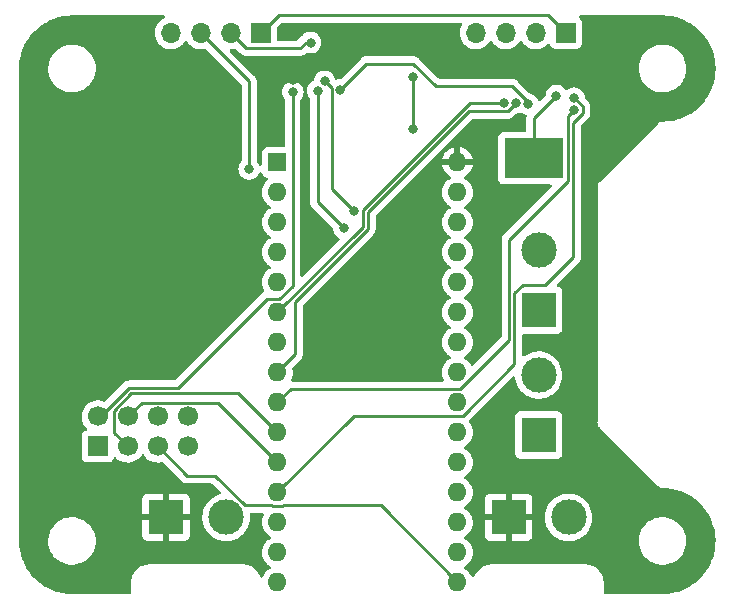
<source format=gbr>
%TF.GenerationSoftware,KiCad,Pcbnew,(6.0.9)*%
%TF.CreationDate,2023-02-05T07:26:13+11:00*%
%TF.ProjectId,SumoBotPCBA001,53756d6f-426f-4745-9043-42413030312e,rev?*%
%TF.SameCoordinates,Original*%
%TF.FileFunction,Copper,L2,Bot*%
%TF.FilePolarity,Positive*%
%FSLAX46Y46*%
G04 Gerber Fmt 4.6, Leading zero omitted, Abs format (unit mm)*
G04 Created by KiCad (PCBNEW (6.0.9)) date 2023-02-05 07:26:13*
%MOMM*%
%LPD*%
G01*
G04 APERTURE LIST*
%TA.AperFunction,ComponentPad*%
%ADD10R,1.600000X1.600000*%
%TD*%
%TA.AperFunction,ComponentPad*%
%ADD11O,1.600000X1.600000*%
%TD*%
%TA.AperFunction,ComponentPad*%
%ADD12R,1.700000X1.700000*%
%TD*%
%TA.AperFunction,ComponentPad*%
%ADD13C,1.700000*%
%TD*%
%TA.AperFunction,ComponentPad*%
%ADD14R,3.000000X3.000000*%
%TD*%
%TA.AperFunction,ComponentPad*%
%ADD15C,3.000000*%
%TD*%
%TA.AperFunction,ComponentPad*%
%ADD16C,0.380000*%
%TD*%
%TA.AperFunction,SMDPad,CuDef*%
%ADD17R,5.000000X3.400000*%
%TD*%
%TA.AperFunction,ComponentPad*%
%ADD18O,1.700000X1.700000*%
%TD*%
%TA.AperFunction,ViaPad*%
%ADD19C,0.800000*%
%TD*%
%TA.AperFunction,Conductor*%
%ADD20C,0.250000*%
%TD*%
G04 APERTURE END LIST*
D10*
%TO.P,A1,1,D1/TX*%
%TO.N,unconnected-(A1-Pad1)*%
X162390000Y-91950000D03*
D11*
%TO.P,A1,2,D0/RX*%
%TO.N,unconnected-(A1-Pad2)*%
X162390000Y-94490000D03*
%TO.P,A1,3,~{RESET}*%
%TO.N,unconnected-(A1-Pad3)*%
X162390000Y-97030000D03*
%TO.P,A1,4,GND*%
%TO.N,GND*%
X162390000Y-99570000D03*
%TO.P,A1,5,D2*%
%TO.N,unconnected-(A1-Pad5)*%
X162390000Y-102110000D03*
%TO.P,A1,6,D3*%
%TO.N,Net-(A1-Pad6)*%
X162390000Y-104650000D03*
%TO.P,A1,7,D4*%
%TO.N,unconnected-(A1-Pad7)*%
X162390000Y-107190000D03*
%TO.P,A1,8,D5*%
%TO.N,Net-(A1-Pad8)*%
X162390000Y-109730000D03*
%TO.P,A1,9,D6*%
%TO.N,Net-(A1-Pad9)*%
X162390000Y-112270000D03*
%TO.P,A1,10,D7*%
%TO.N,Net-(A1-Pad10)*%
X162390000Y-114810000D03*
%TO.P,A1,11,D8*%
%TO.N,Net-(A1-Pad11)*%
X162390000Y-117350000D03*
%TO.P,A1,12,D9*%
%TO.N,Net-(A1-Pad12)*%
X162390000Y-119890000D03*
%TO.P,A1,13,D10*%
%TO.N,unconnected-(A1-Pad13)*%
X162390000Y-122430000D03*
%TO.P,A1,14,D11*%
%TO.N,Net-(A1-Pad14)*%
X162390000Y-124970000D03*
%TO.P,A1,15,D12*%
%TO.N,Net-(A1-Pad15)*%
X162390000Y-127510000D03*
%TO.P,A1,16,D13*%
%TO.N,Net-(A1-Pad16)*%
X177630000Y-127510000D03*
%TO.P,A1,17,3V3*%
%TO.N,unconnected-(A1-Pad17)*%
X177630000Y-124970000D03*
%TO.P,A1,18,AREF*%
%TO.N,unconnected-(A1-Pad18)*%
X177630000Y-122430000D03*
%TO.P,A1,19,A0*%
%TO.N,unconnected-(A1-Pad19)*%
X177630000Y-119890000D03*
%TO.P,A1,20,A1*%
%TO.N,unconnected-(A1-Pad20)*%
X177630000Y-117350000D03*
%TO.P,A1,21,A2*%
%TO.N,unconnected-(A1-Pad21)*%
X177630000Y-114810000D03*
%TO.P,A1,22,A3*%
%TO.N,unconnected-(A1-Pad22)*%
X177630000Y-112270000D03*
%TO.P,A1,23,A4*%
%TO.N,Net-(A1-Pad23)*%
X177630000Y-109730000D03*
%TO.P,A1,24,A5*%
%TO.N,Net-(A1-Pad24)*%
X177630000Y-107190000D03*
%TO.P,A1,25,A6*%
%TO.N,unconnected-(A1-Pad25)*%
X177630000Y-104650000D03*
%TO.P,A1,26,A7*%
%TO.N,unconnected-(A1-Pad26)*%
X177630000Y-102110000D03*
%TO.P,A1,27,+5V*%
%TO.N,Net-(A1-Pad27)*%
X177630000Y-99570000D03*
%TO.P,A1,28,~{RESET}*%
%TO.N,unconnected-(A1-Pad28)*%
X177630000Y-97030000D03*
%TO.P,A1,29,GND*%
%TO.N,GND*%
X177630000Y-94490000D03*
%TO.P,A1,30,VIN*%
%TO.N,+6V*%
X177630000Y-91950000D03*
%TD*%
D12*
%TO.P,U2,1,GND*%
%TO.N,GND*%
X147175000Y-116000000D03*
D13*
%TO.P,U2,2,VCC*%
%TO.N,+3V3*%
X147175000Y-113460000D03*
%TO.P,U2,3,CE*%
%TO.N,Net-(A1-Pad10)*%
X149715000Y-116000000D03*
%TO.P,U2,4,~{CSN}*%
%TO.N,Net-(A1-Pad11)*%
X149715000Y-113460000D03*
%TO.P,U2,5,SCK*%
%TO.N,Net-(A1-Pad16)*%
X152255000Y-116000000D03*
%TO.P,U2,6,MOSI*%
%TO.N,Net-(A1-Pad14)*%
X152255000Y-113460000D03*
%TO.P,U2,7,MISO*%
%TO.N,Net-(A1-Pad15)*%
X154795000Y-116000000D03*
%TO.P,U2,8,IRQ*%
%TO.N,unconnected-(U2-Pad8)*%
X154795000Y-113460000D03*
%TD*%
D14*
%TO.P,J2,1,Pin_1*%
%TO.N,+6V*%
X152960000Y-122000000D03*
D15*
%TO.P,J2,2,Pin_2*%
%TO.N,GND*%
X158040000Y-122000000D03*
%TD*%
D16*
%TO.P,U3,17,GND*%
%TO.N,GND*%
X184100000Y-90850000D03*
X185600000Y-92350000D03*
X182600000Y-90850000D03*
X182600000Y-92350000D03*
X185600000Y-90850000D03*
D17*
X184100000Y-91600000D03*
D16*
X184100000Y-92350000D03*
%TD*%
D12*
%TO.P,J5,1,Pin_1*%
%TO.N,GND*%
X186820000Y-81000000D03*
D18*
%TO.P,J5,2,Pin_2*%
%TO.N,Net-(A1-Pad27)*%
X184280000Y-81000000D03*
%TO.P,J5,3,Pin_3*%
%TO.N,Net-(A1-Pad24)*%
X181740000Y-81000000D03*
%TO.P,J5,4,Pin_4*%
%TO.N,Net-(A1-Pad23)*%
X179200000Y-81000000D03*
%TD*%
D14*
%TO.P,J4,1,Pin_1*%
%TO.N,Net-(J4-Pad1)*%
X184500000Y-115040000D03*
D15*
%TO.P,J4,2,Pin_2*%
%TO.N,Net-(J4-Pad2)*%
X184500000Y-109960000D03*
%TD*%
D14*
%TO.P,J1,1,Pin_1*%
%TO.N,+6V*%
X181960000Y-122000000D03*
D15*
%TO.P,J1,2,Pin_2*%
%TO.N,GND*%
X187040000Y-122000000D03*
%TD*%
D12*
%TO.P,J6,1,Pin_1*%
%TO.N,GND*%
X161000000Y-81000000D03*
D18*
%TO.P,J6,2,Pin_2*%
%TO.N,Net-(A1-Pad27)*%
X158460000Y-81000000D03*
%TO.P,J6,3,Pin_3*%
%TO.N,Net-(A1-Pad24)*%
X155920000Y-81000000D03*
%TO.P,J6,4,Pin_4*%
%TO.N,Net-(A1-Pad23)*%
X153380000Y-81000000D03*
%TD*%
D14*
%TO.P,J3,1,Pin_1*%
%TO.N,Net-(J3-Pad1)*%
X184500000Y-104472500D03*
D15*
%TO.P,J3,2,Pin_2*%
%TO.N,Net-(J3-Pad2)*%
X184500000Y-99392500D03*
%TD*%
D19*
%TO.N,GND*%
X186000000Y-86300000D03*
X173900000Y-84700000D03*
X173900000Y-89100000D03*
%TO.N,Net-(A1-Pad6)*%
X181600497Y-86900000D03*
%TO.N,Net-(A1-Pad8)*%
X182600000Y-86900000D03*
%TO.N,Net-(A1-Pad9)*%
X187500000Y-87500000D03*
%TO.N,Net-(A1-Pad12)*%
X187500000Y-86500000D03*
%TO.N,Net-(A1-Pad23)*%
X165787701Y-85887701D03*
X167987701Y-97512299D03*
%TO.N,Net-(A1-Pad24)*%
X160000000Y-92500000D03*
%TO.N,Net-(A1-Pad27)*%
X165200000Y-81800000D03*
X166381715Y-85083866D03*
X168887701Y-96087701D03*
%TO.N,+6V*%
X154400000Y-84000000D03*
X163700000Y-85000000D03*
%TO.N,Net-(C3-Pad1)*%
X167700000Y-85800000D03*
X183600000Y-87000000D03*
%TO.N,+3V3*%
X163700000Y-86000000D03*
%TD*%
D20*
%TO.N,+3V3*%
X147416903Y-113460000D02*
X147175000Y-113460000D01*
X153950000Y-111050000D02*
X149826903Y-111050000D01*
X162565991Y-103525000D02*
X161475000Y-103525000D01*
X161475000Y-103525000D02*
X153950000Y-111050000D01*
X149826903Y-111050000D02*
X147416903Y-113460000D01*
X163700000Y-86000000D02*
X163700000Y-102390991D01*
X163700000Y-102390991D02*
X162565991Y-103525000D01*
%TO.N,Net-(A1-Pad9)*%
X177855000Y-111145000D02*
X163515000Y-111145000D01*
X163515000Y-111145000D02*
X162390000Y-112270000D01*
X182000000Y-107000000D02*
X177855000Y-111145000D01*
X187000000Y-88000000D02*
X187000000Y-93500000D01*
X182000000Y-98500000D02*
X182000000Y-107000000D01*
X187500000Y-87500000D02*
X187000000Y-88000000D01*
X187000000Y-93500000D02*
X182000000Y-98500000D01*
%TO.N,Net-(A1-Pad12)*%
X182462500Y-103037500D02*
X182462500Y-107113491D01*
X185068440Y-102357500D02*
X183142500Y-102357500D01*
X183142500Y-102357500D02*
X182462500Y-103037500D01*
X188225000Y-87199695D02*
X188225000Y-87800305D01*
X187450000Y-88575305D02*
X187450000Y-99975940D01*
X187500000Y-86500000D02*
X187525305Y-86500000D01*
X187525305Y-86500000D02*
X188225000Y-87199695D01*
X188225000Y-87800305D02*
X187450000Y-88575305D01*
X187450000Y-99975940D02*
X185068440Y-102357500D01*
%TO.N,Net-(A1-Pad10)*%
X148540000Y-114825000D02*
X149715000Y-116000000D01*
X148540000Y-112973299D02*
X148540000Y-114825000D01*
X159080000Y-111500000D02*
X150013299Y-111500000D01*
X162390000Y-114810000D02*
X159080000Y-111500000D01*
X150013299Y-111500000D02*
X148540000Y-112973299D01*
%TO.N,Net-(A1-Pad11)*%
X150890000Y-112285000D02*
X149715000Y-113460000D01*
X162390000Y-117350000D02*
X157325000Y-112285000D01*
X157325000Y-112285000D02*
X150890000Y-112285000D01*
%TO.N,Net-(A1-Pad16)*%
X154755000Y-118500000D02*
X152255000Y-116000000D01*
X161909009Y-121000000D02*
X159620940Y-121000000D01*
X159620940Y-121000000D02*
X157120940Y-118500000D01*
X161924009Y-121015000D02*
X161909009Y-121000000D01*
X162870991Y-121000000D02*
X162855991Y-121015000D01*
X171120000Y-121000000D02*
X162870991Y-121000000D01*
X157120940Y-118500000D02*
X154755000Y-118500000D01*
X177630000Y-127510000D02*
X171120000Y-121000000D01*
X162855991Y-121015000D02*
X161924009Y-121015000D01*
%TO.N,Net-(A1-Pad24)*%
X160000000Y-92500000D02*
X160000000Y-85080000D01*
X160000000Y-85080000D02*
X155920000Y-81000000D01*
%TO.N,GND*%
X185320000Y-79500000D02*
X186820000Y-81000000D01*
X173900000Y-89100000D02*
X173900000Y-84700000D01*
X161000000Y-81000000D02*
X162500000Y-79500000D01*
X184100000Y-88200000D02*
X184100000Y-91600000D01*
X186000000Y-86300000D02*
X184100000Y-88200000D01*
X162500000Y-79500000D02*
X185320000Y-79500000D01*
%TO.N,Net-(A1-Pad6)*%
X169612701Y-97427299D02*
X162390000Y-104650000D01*
X169612701Y-95987299D02*
X169612701Y-97427299D01*
X181600497Y-86900000D02*
X178700000Y-86900000D01*
X178700000Y-86900000D02*
X169612701Y-95987299D01*
%TO.N,Net-(A1-Pad8)*%
X178611396Y-87625000D02*
X170062701Y-96173695D01*
X170062701Y-96173695D02*
X170062701Y-97613695D01*
X163900000Y-108200000D02*
X162390000Y-109710000D01*
X181900802Y-87625000D02*
X178611396Y-87625000D01*
X182600000Y-86900000D02*
X182600000Y-86925802D01*
X170062701Y-97613695D02*
X163900000Y-103776396D01*
X182600000Y-86925802D02*
X181900802Y-87625000D01*
X163900000Y-103776396D02*
X163900000Y-108200000D01*
X162390000Y-109710000D02*
X162390000Y-109730000D01*
%TO.N,Net-(A1-Pad12)*%
X182450000Y-109040991D02*
X178095991Y-113395000D01*
X168880000Y-113400000D02*
X162390000Y-119890000D01*
X182450000Y-107100000D02*
X182450000Y-109040991D01*
X178100000Y-113400000D02*
X168880000Y-113400000D01*
%TO.N,Net-(A1-Pad23)*%
X165800000Y-85900000D02*
X165787701Y-85887701D01*
X165800000Y-95324598D02*
X165800000Y-85900000D01*
X167987701Y-97512299D02*
X165800000Y-95324598D01*
%TO.N,Net-(A1-Pad27)*%
X159760000Y-82300000D02*
X164300000Y-82300000D01*
X168887701Y-96087701D02*
X166975000Y-94175000D01*
X166975000Y-94175000D02*
X166975000Y-85677151D01*
X158460000Y-81000000D02*
X159760000Y-82300000D01*
X166975000Y-85677151D02*
X166381715Y-85083866D01*
X164800000Y-81800000D02*
X165200000Y-81800000D01*
X164300000Y-82300000D02*
X164800000Y-81800000D01*
%TO.N,Net-(C3-Pad1)*%
X182225305Y-85500000D02*
X175800000Y-85500000D01*
X183600000Y-87000000D02*
X183600000Y-86874695D01*
X169900000Y-83600000D02*
X167700000Y-85800000D01*
X183600000Y-86874695D02*
X182225305Y-85500000D01*
X173900000Y-83600000D02*
X169900000Y-83600000D01*
X175800000Y-85500000D02*
X173900000Y-83600000D01*
%TD*%
%TA.AperFunction,Conductor*%
%TO.N,+6V*%
G36*
X152856115Y-79528502D02*
G01*
X152902608Y-79582158D01*
X152912712Y-79652432D01*
X152883218Y-79717012D01*
X152846175Y-79746262D01*
X152728677Y-79807428D01*
X152720277Y-79811801D01*
X152653607Y-79846507D01*
X152649474Y-79849610D01*
X152649471Y-79849612D01*
X152479100Y-79977530D01*
X152474965Y-79980635D01*
X152435525Y-80021907D01*
X152381280Y-80078671D01*
X152320629Y-80142138D01*
X152317720Y-80146403D01*
X152317714Y-80146411D01*
X152291706Y-80184538D01*
X152194743Y-80326680D01*
X152100688Y-80529305D01*
X152040989Y-80744570D01*
X152017251Y-80966695D01*
X152017548Y-80971848D01*
X152017548Y-80971851D01*
X152019683Y-81008882D01*
X152030110Y-81189715D01*
X152031247Y-81194761D01*
X152031248Y-81194767D01*
X152047927Y-81268774D01*
X152079222Y-81407639D01*
X152111723Y-81487680D01*
X152158872Y-81603794D01*
X152163266Y-81614616D01*
X152200685Y-81675678D01*
X152277291Y-81800688D01*
X152279987Y-81805088D01*
X152426250Y-81973938D01*
X152598126Y-82116632D01*
X152791000Y-82229338D01*
X152999692Y-82309030D01*
X153004760Y-82310061D01*
X153004763Y-82310062D01*
X153108788Y-82331226D01*
X153218597Y-82353567D01*
X153223772Y-82353757D01*
X153223774Y-82353757D01*
X153436673Y-82361564D01*
X153436677Y-82361564D01*
X153441837Y-82361753D01*
X153446957Y-82361097D01*
X153446959Y-82361097D01*
X153658288Y-82334025D01*
X153658289Y-82334025D01*
X153663416Y-82333368D01*
X153670556Y-82331226D01*
X153872429Y-82270661D01*
X153872434Y-82270659D01*
X153877384Y-82269174D01*
X154077994Y-82170896D01*
X154259860Y-82041173D01*
X154270270Y-82030800D01*
X154354124Y-81947238D01*
X154418096Y-81883489D01*
X154477594Y-81800689D01*
X154548453Y-81702077D01*
X154549776Y-81703028D01*
X154596645Y-81659857D01*
X154666580Y-81647625D01*
X154732026Y-81675144D01*
X154759875Y-81706994D01*
X154819987Y-81805088D01*
X154966250Y-81973938D01*
X155138126Y-82116632D01*
X155331000Y-82229338D01*
X155539692Y-82309030D01*
X155544760Y-82310061D01*
X155544763Y-82310062D01*
X155648788Y-82331226D01*
X155758597Y-82353567D01*
X155763772Y-82353757D01*
X155763774Y-82353757D01*
X155976673Y-82361564D01*
X155976677Y-82361564D01*
X155981837Y-82361753D01*
X155986957Y-82361097D01*
X155986959Y-82361097D01*
X156198288Y-82334025D01*
X156198289Y-82334025D01*
X156203416Y-82333368D01*
X156208367Y-82331883D01*
X156208370Y-82331882D01*
X156249829Y-82319444D01*
X156320825Y-82319028D01*
X156375131Y-82351035D01*
X159329595Y-85305499D01*
X159363621Y-85367811D01*
X159366500Y-85394594D01*
X159366500Y-91797476D01*
X159346498Y-91865597D01*
X159334142Y-91881779D01*
X159260960Y-91963056D01*
X159165473Y-92128444D01*
X159106458Y-92310072D01*
X159086496Y-92500000D01*
X159106458Y-92689928D01*
X159165473Y-92871556D01*
X159260960Y-93036944D01*
X159388747Y-93178866D01*
X159443608Y-93218725D01*
X159494522Y-93255716D01*
X159543248Y-93291118D01*
X159549276Y-93293802D01*
X159549278Y-93293803D01*
X159675839Y-93350151D01*
X159717712Y-93368794D01*
X159811113Y-93388647D01*
X159898056Y-93407128D01*
X159898061Y-93407128D01*
X159904513Y-93408500D01*
X160095487Y-93408500D01*
X160101939Y-93407128D01*
X160101944Y-93407128D01*
X160188888Y-93388647D01*
X160282288Y-93368794D01*
X160324161Y-93350151D01*
X160450722Y-93293803D01*
X160450724Y-93293802D01*
X160456752Y-93291118D01*
X160505479Y-93255716D01*
X160556392Y-93218725D01*
X160611253Y-93178866D01*
X160739040Y-93036944D01*
X160834527Y-92871556D01*
X160844532Y-92840764D01*
X160884605Y-92782158D01*
X160950001Y-92754520D01*
X161019958Y-92766626D01*
X161072264Y-92814632D01*
X161086947Y-92850552D01*
X161087402Y-92852467D01*
X161088255Y-92860316D01*
X161091025Y-92867705D01*
X161091026Y-92867709D01*
X161134432Y-92983492D01*
X161139385Y-92996705D01*
X161226739Y-93113261D01*
X161343295Y-93200615D01*
X161479684Y-93251745D01*
X161490474Y-93252917D01*
X161492606Y-93253803D01*
X161495222Y-93254425D01*
X161495121Y-93254848D01*
X161556035Y-93280155D01*
X161596463Y-93338517D01*
X161598922Y-93409471D01*
X161562629Y-93470490D01*
X161553969Y-93477489D01*
X161550207Y-93480646D01*
X161545700Y-93483802D01*
X161383802Y-93645700D01*
X161380645Y-93650208D01*
X161380643Y-93650211D01*
X161337921Y-93711224D01*
X161252477Y-93833251D01*
X161250154Y-93838233D01*
X161250151Y-93838238D01*
X161158428Y-94034941D01*
X161155716Y-94040757D01*
X161096457Y-94261913D01*
X161076502Y-94490000D01*
X161096457Y-94718087D01*
X161097881Y-94723400D01*
X161097881Y-94723402D01*
X161107815Y-94760474D01*
X161155716Y-94939243D01*
X161158039Y-94944224D01*
X161158039Y-94944225D01*
X161250151Y-95141762D01*
X161250154Y-95141767D01*
X161252477Y-95146749D01*
X161321855Y-95245831D01*
X161348397Y-95283736D01*
X161383802Y-95334300D01*
X161545700Y-95496198D01*
X161550208Y-95499355D01*
X161550211Y-95499357D01*
X161628389Y-95554098D01*
X161733251Y-95627523D01*
X161738233Y-95629846D01*
X161738238Y-95629849D01*
X161772457Y-95645805D01*
X161825742Y-95692722D01*
X161845203Y-95760999D01*
X161824661Y-95828959D01*
X161772457Y-95874195D01*
X161738238Y-95890151D01*
X161738233Y-95890154D01*
X161733251Y-95892477D01*
X161713500Y-95906307D01*
X161550211Y-96020643D01*
X161550208Y-96020645D01*
X161545700Y-96023802D01*
X161383802Y-96185700D01*
X161252477Y-96373251D01*
X161250154Y-96378233D01*
X161250151Y-96378238D01*
X161212372Y-96459257D01*
X161155716Y-96580757D01*
X161096457Y-96801913D01*
X161076502Y-97030000D01*
X161096457Y-97258087D01*
X161097881Y-97263400D01*
X161097881Y-97263402D01*
X161139581Y-97419025D01*
X161155716Y-97479243D01*
X161158039Y-97484224D01*
X161158039Y-97484225D01*
X161250151Y-97681762D01*
X161250154Y-97681767D01*
X161252477Y-97686749D01*
X161383802Y-97874300D01*
X161545700Y-98036198D01*
X161550208Y-98039355D01*
X161550211Y-98039357D01*
X161608584Y-98080230D01*
X161733251Y-98167523D01*
X161738233Y-98169846D01*
X161738238Y-98169849D01*
X161772457Y-98185805D01*
X161825742Y-98232722D01*
X161845203Y-98300999D01*
X161824661Y-98368959D01*
X161772457Y-98414195D01*
X161738238Y-98430151D01*
X161738233Y-98430154D01*
X161733251Y-98432477D01*
X161713500Y-98446307D01*
X161550211Y-98560643D01*
X161550208Y-98560645D01*
X161545700Y-98563802D01*
X161383802Y-98725700D01*
X161252477Y-98913251D01*
X161250154Y-98918233D01*
X161250151Y-98918238D01*
X161158363Y-99115081D01*
X161155716Y-99120757D01*
X161096457Y-99341913D01*
X161076502Y-99570000D01*
X161096457Y-99798087D01*
X161097881Y-99803400D01*
X161097881Y-99803402D01*
X161147373Y-99988105D01*
X161155716Y-100019243D01*
X161158039Y-100024224D01*
X161158039Y-100024225D01*
X161250151Y-100221762D01*
X161250154Y-100221767D01*
X161252477Y-100226749D01*
X161255634Y-100231257D01*
X161365265Y-100387826D01*
X161383802Y-100414300D01*
X161545700Y-100576198D01*
X161550208Y-100579355D01*
X161550211Y-100579357D01*
X161620549Y-100628608D01*
X161733251Y-100707523D01*
X161738233Y-100709846D01*
X161738238Y-100709849D01*
X161772457Y-100725805D01*
X161825742Y-100772722D01*
X161845203Y-100840999D01*
X161824661Y-100908959D01*
X161772457Y-100954195D01*
X161738238Y-100970151D01*
X161738233Y-100970154D01*
X161733251Y-100972477D01*
X161713500Y-100986307D01*
X161550211Y-101100643D01*
X161550208Y-101100645D01*
X161545700Y-101103802D01*
X161383802Y-101265700D01*
X161380645Y-101270208D01*
X161380643Y-101270211D01*
X161374188Y-101279430D01*
X161252477Y-101453251D01*
X161250154Y-101458233D01*
X161250151Y-101458238D01*
X161172641Y-101624461D01*
X161155716Y-101660757D01*
X161154294Y-101666065D01*
X161154293Y-101666067D01*
X161098498Y-101874296D01*
X161096457Y-101881913D01*
X161076502Y-102110000D01*
X161096457Y-102338087D01*
X161097881Y-102343400D01*
X161097881Y-102343402D01*
X161132006Y-102470755D01*
X161155716Y-102559243D01*
X161252477Y-102766749D01*
X161255633Y-102771256D01*
X161256765Y-102773217D01*
X161273504Y-102842212D01*
X161250285Y-102909304D01*
X161211784Y-102944673D01*
X161203966Y-102949297D01*
X161186224Y-102957988D01*
X161167383Y-102965448D01*
X161160967Y-102970110D01*
X161160966Y-102970110D01*
X161131613Y-102991436D01*
X161121693Y-102997952D01*
X161090465Y-103016420D01*
X161090462Y-103016422D01*
X161083638Y-103020458D01*
X161069317Y-103034779D01*
X161054284Y-103047619D01*
X161037893Y-103059528D01*
X161032842Y-103065634D01*
X161009702Y-103093605D01*
X161001712Y-103102384D01*
X153724500Y-110379595D01*
X153662188Y-110413621D01*
X153635405Y-110416500D01*
X149905671Y-110416500D01*
X149894488Y-110415973D01*
X149886995Y-110414298D01*
X149879069Y-110414547D01*
X149879068Y-110414547D01*
X149818905Y-110416438D01*
X149814947Y-110416500D01*
X149787047Y-110416500D01*
X149783057Y-110417004D01*
X149771223Y-110417936D01*
X149727014Y-110419326D01*
X149719398Y-110421539D01*
X149719396Y-110421539D01*
X149707555Y-110424979D01*
X149688196Y-110428988D01*
X149686886Y-110429154D01*
X149668106Y-110431526D01*
X149660740Y-110434442D01*
X149660734Y-110434444D01*
X149627001Y-110447800D01*
X149615771Y-110451645D01*
X149580920Y-110461770D01*
X149573310Y-110463981D01*
X149566487Y-110468016D01*
X149555869Y-110474295D01*
X149538116Y-110482992D01*
X149530471Y-110486019D01*
X149519286Y-110490448D01*
X149512871Y-110495109D01*
X149483515Y-110516437D01*
X149473598Y-110522951D01*
X149435541Y-110545458D01*
X149421220Y-110559779D01*
X149406187Y-110572619D01*
X149389796Y-110584528D01*
X149384745Y-110590634D01*
X149361605Y-110618605D01*
X149353615Y-110627384D01*
X147812581Y-112168418D01*
X147750269Y-112202444D01*
X147681428Y-112198096D01*
X147555498Y-112153502D01*
X147528087Y-112143795D01*
X147528083Y-112143794D01*
X147523212Y-112142069D01*
X147518119Y-112141162D01*
X147518116Y-112141161D01*
X147308373Y-112103800D01*
X147308367Y-112103799D01*
X147303284Y-112102894D01*
X147229452Y-112101992D01*
X147085081Y-112100228D01*
X147085079Y-112100228D01*
X147079911Y-112100165D01*
X146859091Y-112133955D01*
X146646756Y-112203357D01*
X146600355Y-112227512D01*
X146529254Y-112264525D01*
X146448607Y-112306507D01*
X146444474Y-112309610D01*
X146444471Y-112309612D01*
X146274100Y-112437530D01*
X146269965Y-112440635D01*
X146115629Y-112602138D01*
X146112715Y-112606410D01*
X146112714Y-112606411D01*
X146072490Y-112665378D01*
X145989743Y-112786680D01*
X145983565Y-112799990D01*
X145901222Y-112977384D01*
X145895688Y-112989305D01*
X145835989Y-113204570D01*
X145812251Y-113426695D01*
X145812548Y-113431848D01*
X145812548Y-113431851D01*
X145820843Y-113575716D01*
X145825110Y-113649715D01*
X145826247Y-113654761D01*
X145826248Y-113654767D01*
X145830951Y-113675634D01*
X145874222Y-113867639D01*
X145912458Y-113961803D01*
X145949693Y-114053502D01*
X145958266Y-114074616D01*
X146000899Y-114144187D01*
X146072291Y-114260688D01*
X146074987Y-114265088D01*
X146221250Y-114433938D01*
X146225230Y-114437242D01*
X146229981Y-114441187D01*
X146269616Y-114500090D01*
X146271113Y-114571071D01*
X146233997Y-114631593D01*
X146193725Y-114656112D01*
X146105095Y-114689338D01*
X146078295Y-114699385D01*
X145961739Y-114786739D01*
X145874385Y-114903295D01*
X145823255Y-115039684D01*
X145816500Y-115101866D01*
X145816500Y-116898134D01*
X145823255Y-116960316D01*
X145874385Y-117096705D01*
X145961739Y-117213261D01*
X146078295Y-117300615D01*
X146214684Y-117351745D01*
X146276866Y-117358500D01*
X148073134Y-117358500D01*
X148135316Y-117351745D01*
X148271705Y-117300615D01*
X148388261Y-117213261D01*
X148475615Y-117096705D01*
X148514205Y-116993767D01*
X148519598Y-116979382D01*
X148562240Y-116922618D01*
X148628802Y-116897918D01*
X148698150Y-116913126D01*
X148732817Y-116941114D01*
X148761250Y-116973938D01*
X148933126Y-117116632D01*
X149126000Y-117229338D01*
X149334692Y-117309030D01*
X149339760Y-117310061D01*
X149339763Y-117310062D01*
X149447012Y-117331882D01*
X149553597Y-117353567D01*
X149558772Y-117353757D01*
X149558774Y-117353757D01*
X149771673Y-117361564D01*
X149771677Y-117361564D01*
X149776837Y-117361753D01*
X149781957Y-117361097D01*
X149781959Y-117361097D01*
X149993288Y-117334025D01*
X149993289Y-117334025D01*
X149998416Y-117333368D01*
X150003369Y-117331882D01*
X150207429Y-117270661D01*
X150207434Y-117270659D01*
X150212384Y-117269174D01*
X150412994Y-117170896D01*
X150594860Y-117041173D01*
X150637117Y-116999064D01*
X150695268Y-116941115D01*
X150753096Y-116883489D01*
X150883453Y-116702077D01*
X150884776Y-116703028D01*
X150931645Y-116659857D01*
X151001580Y-116647625D01*
X151067026Y-116675144D01*
X151094875Y-116706994D01*
X151154987Y-116805088D01*
X151301250Y-116973938D01*
X151473126Y-117116632D01*
X151666000Y-117229338D01*
X151874692Y-117309030D01*
X151879760Y-117310061D01*
X151879763Y-117310062D01*
X151987012Y-117331882D01*
X152093597Y-117353567D01*
X152098772Y-117353757D01*
X152098774Y-117353757D01*
X152311673Y-117361564D01*
X152311677Y-117361564D01*
X152316837Y-117361753D01*
X152321957Y-117361097D01*
X152321959Y-117361097D01*
X152533288Y-117334025D01*
X152533289Y-117334025D01*
X152538416Y-117333368D01*
X152543367Y-117331883D01*
X152543370Y-117331882D01*
X152584829Y-117319444D01*
X152655825Y-117319028D01*
X152710131Y-117351035D01*
X153548884Y-118189789D01*
X154251348Y-118892253D01*
X154258888Y-118900539D01*
X154263000Y-118907018D01*
X154268777Y-118912443D01*
X154312651Y-118953643D01*
X154315493Y-118956398D01*
X154335230Y-118976135D01*
X154338427Y-118978615D01*
X154347447Y-118986318D01*
X154379679Y-119016586D01*
X154386625Y-119020405D01*
X154386628Y-119020407D01*
X154397434Y-119026348D01*
X154413953Y-119037199D01*
X154429959Y-119049614D01*
X154437228Y-119052759D01*
X154437232Y-119052762D01*
X154470537Y-119067174D01*
X154481187Y-119072391D01*
X154519940Y-119093695D01*
X154527615Y-119095666D01*
X154527616Y-119095666D01*
X154539562Y-119098733D01*
X154558267Y-119105137D01*
X154576855Y-119113181D01*
X154584678Y-119114420D01*
X154584688Y-119114423D01*
X154620524Y-119120099D01*
X154632144Y-119122505D01*
X154667289Y-119131528D01*
X154674970Y-119133500D01*
X154695224Y-119133500D01*
X154714934Y-119135051D01*
X154734943Y-119138220D01*
X154742835Y-119137474D01*
X154778961Y-119134059D01*
X154790819Y-119133500D01*
X156806346Y-119133500D01*
X156874467Y-119153502D01*
X156895441Y-119170405D01*
X157574655Y-119849619D01*
X157608681Y-119911931D01*
X157603616Y-119982746D01*
X157561069Y-120039582D01*
X157518809Y-120060247D01*
X157377928Y-120098788D01*
X157373980Y-120100472D01*
X157129982Y-120204546D01*
X157129978Y-120204548D01*
X157126030Y-120206232D01*
X157058996Y-120246351D01*
X156894725Y-120344664D01*
X156894721Y-120344667D01*
X156891043Y-120346868D01*
X156677318Y-120518094D01*
X156488808Y-120716742D01*
X156329002Y-120939136D01*
X156200857Y-121181161D01*
X156199385Y-121185184D01*
X156199383Y-121185188D01*
X156113665Y-121419422D01*
X156106743Y-121438337D01*
X156048404Y-121705907D01*
X156026917Y-121978918D01*
X156042682Y-122252320D01*
X156043507Y-122256525D01*
X156043508Y-122256533D01*
X156073917Y-122411526D01*
X156095405Y-122521053D01*
X156096792Y-122525103D01*
X156096793Y-122525108D01*
X156163596Y-122720222D01*
X156184112Y-122780144D01*
X156186039Y-122783975D01*
X156298975Y-123008524D01*
X156307160Y-123024799D01*
X156309586Y-123028328D01*
X156309589Y-123028334D01*
X156430670Y-123204506D01*
X156462274Y-123250490D01*
X156646582Y-123453043D01*
X156856675Y-123628707D01*
X156860316Y-123630991D01*
X157085024Y-123771951D01*
X157085028Y-123771953D01*
X157088664Y-123774234D01*
X157212506Y-123830151D01*
X157334345Y-123885164D01*
X157334349Y-123885166D01*
X157338257Y-123886930D01*
X157342377Y-123888150D01*
X157342376Y-123888150D01*
X157596723Y-123963491D01*
X157596727Y-123963492D01*
X157600836Y-123964709D01*
X157605070Y-123965357D01*
X157605075Y-123965358D01*
X157867298Y-124005483D01*
X157867300Y-124005483D01*
X157871540Y-124006132D01*
X158010912Y-124008322D01*
X158141071Y-124010367D01*
X158141077Y-124010367D01*
X158145362Y-124010434D01*
X158417235Y-123977534D01*
X158682127Y-123908041D01*
X158686087Y-123906401D01*
X158686092Y-123906399D01*
X158808632Y-123855641D01*
X158935136Y-123803241D01*
X159171582Y-123665073D01*
X159387089Y-123496094D01*
X159419345Y-123462809D01*
X159574686Y-123302509D01*
X159577669Y-123299431D01*
X159580202Y-123295983D01*
X159580206Y-123295978D01*
X159737257Y-123082178D01*
X159739795Y-123078723D01*
X159768388Y-123026062D01*
X159868418Y-122841830D01*
X159868419Y-122841828D01*
X159870468Y-122838054D01*
X159938472Y-122658087D01*
X159965751Y-122585895D01*
X159965752Y-122585891D01*
X159967269Y-122581877D01*
X160018317Y-122358990D01*
X160027449Y-122319117D01*
X160027450Y-122319113D01*
X160028407Y-122314933D01*
X160032229Y-122272115D01*
X160052531Y-122044627D01*
X160052531Y-122044625D01*
X160052751Y-122042161D01*
X160053193Y-122000000D01*
X160052704Y-121992818D01*
X160037382Y-121768070D01*
X160052704Y-121698746D01*
X160103074Y-121648712D01*
X160163090Y-121633500D01*
X161119863Y-121633500D01*
X161187984Y-121653502D01*
X161234477Y-121707158D01*
X161244581Y-121777432D01*
X161234058Y-121812749D01*
X161158041Y-121975770D01*
X161155716Y-121980757D01*
X161154294Y-121986065D01*
X161154293Y-121986067D01*
X161121742Y-122107549D01*
X161096457Y-122201913D01*
X161076502Y-122430000D01*
X161096457Y-122658087D01*
X161097881Y-122663400D01*
X161097881Y-122663402D01*
X161144535Y-122837514D01*
X161155716Y-122879243D01*
X161158039Y-122884224D01*
X161158039Y-122884225D01*
X161250151Y-123081762D01*
X161250154Y-123081767D01*
X161252477Y-123086749D01*
X161383802Y-123274300D01*
X161545700Y-123436198D01*
X161550208Y-123439355D01*
X161550211Y-123439357D01*
X161573693Y-123455799D01*
X161733251Y-123567523D01*
X161738233Y-123569846D01*
X161738238Y-123569849D01*
X161772457Y-123585805D01*
X161825742Y-123632722D01*
X161845203Y-123700999D01*
X161824661Y-123768959D01*
X161772457Y-123814195D01*
X161738238Y-123830151D01*
X161738233Y-123830154D01*
X161733251Y-123832477D01*
X161655484Y-123886930D01*
X161550211Y-123960643D01*
X161550208Y-123960645D01*
X161545700Y-123963802D01*
X161383802Y-124125700D01*
X161252477Y-124313251D01*
X161250154Y-124318233D01*
X161250151Y-124318238D01*
X161158039Y-124515775D01*
X161155716Y-124520757D01*
X161154294Y-124526065D01*
X161154293Y-124526067D01*
X161140461Y-124577689D01*
X161096457Y-124741913D01*
X161076502Y-124970000D01*
X161096457Y-125198087D01*
X161155716Y-125419243D01*
X161158039Y-125424224D01*
X161158039Y-125424225D01*
X161250151Y-125621762D01*
X161250154Y-125621767D01*
X161252477Y-125626749D01*
X161383802Y-125814300D01*
X161545700Y-125976198D01*
X161550208Y-125979355D01*
X161550211Y-125979357D01*
X161593857Y-126009918D01*
X161733251Y-126107523D01*
X161738233Y-126109846D01*
X161738238Y-126109849D01*
X161772457Y-126125805D01*
X161825742Y-126172722D01*
X161845203Y-126240999D01*
X161824661Y-126308959D01*
X161772457Y-126354195D01*
X161738238Y-126370151D01*
X161738233Y-126370154D01*
X161733251Y-126372477D01*
X161628389Y-126445902D01*
X161550211Y-126500643D01*
X161550208Y-126500645D01*
X161545700Y-126503802D01*
X161383802Y-126665700D01*
X161380645Y-126670208D01*
X161380643Y-126670211D01*
X161369368Y-126686314D01*
X161252477Y-126853251D01*
X161250154Y-126858233D01*
X161250151Y-126858238D01*
X161166427Y-127037786D01*
X161119510Y-127091071D01*
X161051232Y-127110532D01*
X160983273Y-127089990D01*
X160937207Y-127035967D01*
X160934176Y-127028568D01*
X160931288Y-127020823D01*
X160875685Y-126871746D01*
X160772272Y-126682360D01*
X160642960Y-126509619D01*
X160490381Y-126357040D01*
X160317640Y-126227728D01*
X160128254Y-126124315D01*
X160027166Y-126086611D01*
X159930297Y-126050481D01*
X159930294Y-126050480D01*
X159926079Y-126048908D01*
X159921689Y-126047953D01*
X159921682Y-126047951D01*
X159729439Y-126006132D01*
X159715230Y-126003041D01*
X159540465Y-125990541D01*
X159528554Y-125989116D01*
X159517352Y-125987231D01*
X159517345Y-125987230D01*
X159512552Y-125986424D01*
X159506276Y-125986348D01*
X159504860Y-125986330D01*
X159504857Y-125986330D01*
X159500000Y-125986271D01*
X159480134Y-125989116D01*
X159472376Y-125990227D01*
X159454514Y-125991500D01*
X151553250Y-125991500D01*
X151532345Y-125989754D01*
X151517344Y-125987230D01*
X151517341Y-125987230D01*
X151512552Y-125986424D01*
X151506313Y-125986348D01*
X151504860Y-125986330D01*
X151504857Y-125986330D01*
X151500000Y-125986271D01*
X151485210Y-125988389D01*
X151476357Y-125989338D01*
X151289258Y-126002720D01*
X151284770Y-126003041D01*
X151270561Y-126006132D01*
X151078318Y-126047951D01*
X151078311Y-126047953D01*
X151073921Y-126048908D01*
X151069706Y-126050480D01*
X151069703Y-126050481D01*
X150972834Y-126086611D01*
X150871746Y-126124315D01*
X150682360Y-126227728D01*
X150509619Y-126357040D01*
X150357040Y-126509619D01*
X150227728Y-126682360D01*
X150124315Y-126871746D01*
X150117083Y-126891137D01*
X150062386Y-127037786D01*
X150048908Y-127073921D01*
X150047953Y-127078311D01*
X150047951Y-127078318D01*
X150039813Y-127115730D01*
X150003041Y-127284770D01*
X149995470Y-127390631D01*
X149989988Y-127467275D01*
X149988808Y-127477675D01*
X149987690Y-127484851D01*
X149987690Y-127484855D01*
X149986309Y-127493724D01*
X149987473Y-127502626D01*
X149987473Y-127502628D01*
X149990436Y-127525283D01*
X149991500Y-127541621D01*
X149991500Y-128365500D01*
X149971498Y-128433621D01*
X149917842Y-128480114D01*
X149865500Y-128491500D01*
X145049367Y-128491500D01*
X145029982Y-128490000D01*
X145015149Y-128487690D01*
X145015145Y-128487690D01*
X145006276Y-128486309D01*
X144985817Y-128488984D01*
X144963993Y-128489928D01*
X144614035Y-128474648D01*
X144603086Y-128473690D01*
X144586436Y-128471498D01*
X144225502Y-128423981D01*
X144214693Y-128422074D01*
X143842885Y-128339647D01*
X143832268Y-128336802D01*
X143694073Y-128293229D01*
X143469061Y-128222282D01*
X143458746Y-128218529D01*
X143106877Y-128072780D01*
X143096933Y-128068142D01*
X142759132Y-127892294D01*
X142749613Y-127886799D01*
X142428426Y-127682180D01*
X142419422Y-127675876D01*
X142117284Y-127444038D01*
X142108863Y-127436972D01*
X141828086Y-127179686D01*
X141820314Y-127171914D01*
X141563028Y-126891137D01*
X141555962Y-126882716D01*
X141324124Y-126580578D01*
X141317820Y-126571574D01*
X141113201Y-126250387D01*
X141107705Y-126240867D01*
X141099741Y-126225569D01*
X140931858Y-125903067D01*
X140927216Y-125893114D01*
X140896185Y-125818197D01*
X140781471Y-125541254D01*
X140777715Y-125530932D01*
X140767567Y-125498745D01*
X140663198Y-125167731D01*
X140660353Y-125157114D01*
X140653060Y-125124217D01*
X140577926Y-124785307D01*
X140576018Y-124774490D01*
X140571730Y-124741913D01*
X140526310Y-124396913D01*
X140525352Y-124385964D01*
X140510561Y-124047208D01*
X140512188Y-124020805D01*
X140512769Y-124017352D01*
X140512770Y-124017345D01*
X140513576Y-124012552D01*
X140513729Y-124000000D01*
X140510710Y-123978918D01*
X142986917Y-123978918D01*
X142987334Y-123986156D01*
X143002682Y-124252320D01*
X143055405Y-124521053D01*
X143056792Y-124525103D01*
X143056793Y-124525108D01*
X143142176Y-124774490D01*
X143144112Y-124780144D01*
X143173238Y-124838054D01*
X143242837Y-124976437D01*
X143267160Y-125024799D01*
X143269586Y-125028328D01*
X143269589Y-125028334D01*
X143382492Y-125192607D01*
X143422274Y-125250490D01*
X143425161Y-125253663D01*
X143425162Y-125253664D01*
X143580360Y-125424225D01*
X143606582Y-125453043D01*
X143816675Y-125628707D01*
X143820316Y-125630991D01*
X144045024Y-125771951D01*
X144045028Y-125771953D01*
X144048664Y-125774234D01*
X144137400Y-125814300D01*
X144294345Y-125885164D01*
X144294349Y-125885166D01*
X144298257Y-125886930D01*
X144302377Y-125888150D01*
X144302376Y-125888150D01*
X144556723Y-125963491D01*
X144556727Y-125963492D01*
X144560836Y-125964709D01*
X144565070Y-125965357D01*
X144565075Y-125965358D01*
X144827298Y-126005483D01*
X144827300Y-126005483D01*
X144831540Y-126006132D01*
X144970912Y-126008322D01*
X145101071Y-126010367D01*
X145101077Y-126010367D01*
X145105362Y-126010434D01*
X145377235Y-125977534D01*
X145642127Y-125908041D01*
X145646087Y-125906401D01*
X145646092Y-125906399D01*
X145768631Y-125855641D01*
X145895136Y-125803241D01*
X146131582Y-125665073D01*
X146347089Y-125496094D01*
X146388809Y-125453043D01*
X146534686Y-125302509D01*
X146537669Y-125299431D01*
X146540202Y-125295983D01*
X146540206Y-125295978D01*
X146697257Y-125082178D01*
X146699795Y-125078723D01*
X146727154Y-125028334D01*
X146828418Y-124841830D01*
X146828419Y-124841828D01*
X146830468Y-124838054D01*
X146927269Y-124581877D01*
X146972139Y-124385964D01*
X146987449Y-124319117D01*
X146987450Y-124319113D01*
X146988407Y-124314933D01*
X146988960Y-124308743D01*
X147012531Y-124044627D01*
X147012531Y-124044625D01*
X147012751Y-124042161D01*
X147012816Y-124036011D01*
X147013167Y-124002484D01*
X147013167Y-124002483D01*
X147013193Y-124000000D01*
X147012865Y-123995183D01*
X146994859Y-123731055D01*
X146994858Y-123731049D01*
X146994567Y-123726778D01*
X146989229Y-123700999D01*
X146956854Y-123544669D01*
X150952001Y-123544669D01*
X150952371Y-123551490D01*
X150957895Y-123602352D01*
X150961521Y-123617604D01*
X151006676Y-123738054D01*
X151015214Y-123753649D01*
X151091715Y-123855724D01*
X151104276Y-123868285D01*
X151206351Y-123944786D01*
X151221946Y-123953324D01*
X151342394Y-123998478D01*
X151357649Y-124002105D01*
X151408514Y-124007631D01*
X151415328Y-124008000D01*
X152687885Y-124008000D01*
X152703124Y-124003525D01*
X152704329Y-124002135D01*
X152706000Y-123994452D01*
X152706000Y-123989884D01*
X153214000Y-123989884D01*
X153218475Y-124005123D01*
X153219865Y-124006328D01*
X153227548Y-124007999D01*
X154504669Y-124007999D01*
X154511490Y-124007629D01*
X154562352Y-124002105D01*
X154577604Y-123998479D01*
X154698054Y-123953324D01*
X154713649Y-123944786D01*
X154815724Y-123868285D01*
X154828285Y-123855724D01*
X154904786Y-123753649D01*
X154913324Y-123738054D01*
X154958478Y-123617606D01*
X154962105Y-123602351D01*
X154967631Y-123551486D01*
X154968000Y-123544672D01*
X154968000Y-122272115D01*
X154963525Y-122256876D01*
X154962135Y-122255671D01*
X154954452Y-122254000D01*
X153232115Y-122254000D01*
X153216876Y-122258475D01*
X153215671Y-122259865D01*
X153214000Y-122267548D01*
X153214000Y-123989884D01*
X152706000Y-123989884D01*
X152706000Y-122272115D01*
X152701525Y-122256876D01*
X152700135Y-122255671D01*
X152692452Y-122254000D01*
X150970116Y-122254000D01*
X150954877Y-122258475D01*
X150953672Y-122259865D01*
X150952001Y-122267548D01*
X150952001Y-123544669D01*
X146956854Y-123544669D01*
X146946794Y-123496094D01*
X146939032Y-123458612D01*
X146847617Y-123200465D01*
X146722013Y-122957112D01*
X146712040Y-122942921D01*
X146634271Y-122832268D01*
X146564545Y-122733057D01*
X146424060Y-122581877D01*
X146381046Y-122535588D01*
X146381043Y-122535585D01*
X146378125Y-122532445D01*
X146374810Y-122529731D01*
X146374806Y-122529728D01*
X146169523Y-122361706D01*
X146166205Y-122358990D01*
X145932704Y-122215901D01*
X145928768Y-122214173D01*
X145685873Y-122107549D01*
X145685869Y-122107548D01*
X145681945Y-122105825D01*
X145418566Y-122030800D01*
X145414324Y-122030196D01*
X145414318Y-122030195D01*
X145213834Y-122001662D01*
X145147443Y-121992213D01*
X145003589Y-121991460D01*
X144877877Y-121990802D01*
X144877871Y-121990802D01*
X144873591Y-121990780D01*
X144869347Y-121991339D01*
X144869343Y-121991339D01*
X144803557Y-122000000D01*
X144602078Y-122026525D01*
X144597938Y-122027658D01*
X144597936Y-122027658D01*
X144553969Y-122039686D01*
X144337928Y-122098788D01*
X144333980Y-122100472D01*
X144089982Y-122204546D01*
X144089978Y-122204548D01*
X144086030Y-122206232D01*
X144066125Y-122218145D01*
X143854725Y-122344664D01*
X143854721Y-122344667D01*
X143851043Y-122346868D01*
X143637318Y-122518094D01*
X143576790Y-122581877D01*
X143504470Y-122658087D01*
X143448808Y-122716742D01*
X143289002Y-122939136D01*
X143160857Y-123181161D01*
X143159385Y-123185184D01*
X143159383Y-123185188D01*
X143117576Y-123299431D01*
X143066743Y-123438337D01*
X143008404Y-123705907D01*
X143008068Y-123710177D01*
X142988376Y-123960386D01*
X142986917Y-123978918D01*
X140510710Y-123978918D01*
X140509773Y-123972376D01*
X140508500Y-123954514D01*
X140508500Y-121727885D01*
X150952000Y-121727885D01*
X150956475Y-121743124D01*
X150957865Y-121744329D01*
X150965548Y-121746000D01*
X152687885Y-121746000D01*
X152703124Y-121741525D01*
X152704329Y-121740135D01*
X152706000Y-121732452D01*
X152706000Y-121727885D01*
X153214000Y-121727885D01*
X153218475Y-121743124D01*
X153219865Y-121744329D01*
X153227548Y-121746000D01*
X154949884Y-121746000D01*
X154965123Y-121741525D01*
X154966328Y-121740135D01*
X154967999Y-121732452D01*
X154967999Y-120455331D01*
X154967629Y-120448510D01*
X154962105Y-120397648D01*
X154958479Y-120382396D01*
X154913324Y-120261946D01*
X154904786Y-120246351D01*
X154828285Y-120144276D01*
X154815724Y-120131715D01*
X154713649Y-120055214D01*
X154698054Y-120046676D01*
X154577606Y-120001522D01*
X154562351Y-119997895D01*
X154511486Y-119992369D01*
X154504672Y-119992000D01*
X153232115Y-119992000D01*
X153216876Y-119996475D01*
X153215671Y-119997865D01*
X153214000Y-120005548D01*
X153214000Y-121727885D01*
X152706000Y-121727885D01*
X152706000Y-120010116D01*
X152701525Y-119994877D01*
X152700135Y-119993672D01*
X152692452Y-119992001D01*
X151415331Y-119992001D01*
X151408510Y-119992371D01*
X151357648Y-119997895D01*
X151342396Y-120001521D01*
X151221946Y-120046676D01*
X151206351Y-120055214D01*
X151104276Y-120131715D01*
X151091715Y-120144276D01*
X151015214Y-120246351D01*
X151006676Y-120261946D01*
X150961522Y-120382394D01*
X150957895Y-120397649D01*
X150952369Y-120448514D01*
X150952000Y-120455328D01*
X150952000Y-121727885D01*
X140508500Y-121727885D01*
X140508500Y-84053250D01*
X140510246Y-84032345D01*
X140512770Y-84017344D01*
X140512770Y-84017341D01*
X140513576Y-84012552D01*
X140513729Y-84000000D01*
X140513039Y-83995184D01*
X140513039Y-83995178D01*
X140511387Y-83983644D01*
X140511154Y-83978918D01*
X142986917Y-83978918D01*
X142987334Y-83986156D01*
X143002682Y-84252320D01*
X143055405Y-84521053D01*
X143056792Y-84525103D01*
X143056793Y-84525108D01*
X143142723Y-84776088D01*
X143144112Y-84780144D01*
X143197139Y-84885577D01*
X143246346Y-84983414D01*
X143267160Y-85024799D01*
X143269586Y-85028328D01*
X143269589Y-85028334D01*
X143412964Y-85236944D01*
X143422274Y-85250490D01*
X143425161Y-85253663D01*
X143425162Y-85253664D01*
X143586712Y-85431206D01*
X143606582Y-85453043D01*
X143609877Y-85455798D01*
X143609878Y-85455799D01*
X143618557Y-85463056D01*
X143816675Y-85628707D01*
X143820316Y-85630991D01*
X144045024Y-85771951D01*
X144045028Y-85771953D01*
X144048664Y-85774234D01*
X144143936Y-85817251D01*
X144294345Y-85885164D01*
X144294349Y-85885166D01*
X144298257Y-85886930D01*
X144302377Y-85888150D01*
X144302376Y-85888150D01*
X144556723Y-85963491D01*
X144556727Y-85963492D01*
X144560836Y-85964709D01*
X144565070Y-85965357D01*
X144565075Y-85965358D01*
X144827298Y-86005483D01*
X144827300Y-86005483D01*
X144831540Y-86006132D01*
X144970912Y-86008322D01*
X145101071Y-86010367D01*
X145101077Y-86010367D01*
X145105362Y-86010434D01*
X145377235Y-85977534D01*
X145642127Y-85908041D01*
X145646087Y-85906401D01*
X145646092Y-85906399D01*
X145840082Y-85826045D01*
X145895136Y-85803241D01*
X146061207Y-85706197D01*
X146127879Y-85667237D01*
X146127880Y-85667236D01*
X146131582Y-85665073D01*
X146347089Y-85496094D01*
X146383862Y-85458148D01*
X146528515Y-85308877D01*
X146537669Y-85299431D01*
X146540202Y-85295983D01*
X146540206Y-85295978D01*
X146697257Y-85082178D01*
X146699795Y-85078723D01*
X146701841Y-85074955D01*
X146828418Y-84841830D01*
X146828419Y-84841828D01*
X146830468Y-84838054D01*
X146889046Y-84683031D01*
X146925751Y-84585895D01*
X146925752Y-84585891D01*
X146927269Y-84581877D01*
X146974093Y-84377432D01*
X146987449Y-84319117D01*
X146987450Y-84319113D01*
X146988407Y-84314933D01*
X146996910Y-84219665D01*
X147012531Y-84044627D01*
X147012531Y-84044625D01*
X147012751Y-84042161D01*
X147013193Y-84000000D01*
X147011465Y-83974648D01*
X146994859Y-83731055D01*
X146994858Y-83731049D01*
X146994567Y-83726778D01*
X146939032Y-83458612D01*
X146847617Y-83200465D01*
X146791335Y-83091420D01*
X146723978Y-82960919D01*
X146723978Y-82960918D01*
X146722013Y-82957112D01*
X146712040Y-82942921D01*
X146604720Y-82790221D01*
X146564545Y-82733057D01*
X146478892Y-82640883D01*
X146381046Y-82535588D01*
X146381043Y-82535585D01*
X146378125Y-82532445D01*
X146374810Y-82529731D01*
X146374806Y-82529728D01*
X146182289Y-82372155D01*
X146166205Y-82358990D01*
X145932704Y-82215901D01*
X145926690Y-82213261D01*
X145685873Y-82107549D01*
X145685869Y-82107548D01*
X145681945Y-82105825D01*
X145418566Y-82030800D01*
X145414324Y-82030196D01*
X145414318Y-82030195D01*
X145187865Y-81997966D01*
X145147443Y-81992213D01*
X145003589Y-81991460D01*
X144877877Y-81990802D01*
X144877871Y-81990802D01*
X144873591Y-81990780D01*
X144869347Y-81991339D01*
X144869343Y-81991339D01*
X144750302Y-82007011D01*
X144602078Y-82026525D01*
X144597938Y-82027658D01*
X144597936Y-82027658D01*
X144561854Y-82037529D01*
X144337928Y-82098788D01*
X144333980Y-82100472D01*
X144089982Y-82204546D01*
X144089978Y-82204548D01*
X144086030Y-82206232D01*
X144044343Y-82231181D01*
X143854725Y-82344664D01*
X143854721Y-82344667D01*
X143851043Y-82346868D01*
X143637318Y-82518094D01*
X143571704Y-82587237D01*
X143452888Y-82712443D01*
X143448808Y-82716742D01*
X143289002Y-82939136D01*
X143160857Y-83181161D01*
X143159385Y-83185184D01*
X143159383Y-83185188D01*
X143116872Y-83301355D01*
X143066743Y-83438337D01*
X143008404Y-83705907D01*
X142986917Y-83978918D01*
X140511154Y-83978918D01*
X140510234Y-83960284D01*
X140520430Y-83726778D01*
X140525352Y-83614035D01*
X140526310Y-83603086D01*
X140547999Y-83438337D01*
X140576019Y-83225502D01*
X140577927Y-83214685D01*
X140581412Y-83198968D01*
X140660353Y-82842885D01*
X140663198Y-82832268D01*
X140673709Y-82798931D01*
X140777718Y-82469061D01*
X140781474Y-82458739D01*
X140788289Y-82442286D01*
X140927220Y-82106877D01*
X140931862Y-82096924D01*
X140959324Y-82044171D01*
X141107706Y-81759132D01*
X141113201Y-81749613D01*
X141317820Y-81428426D01*
X141324124Y-81419422D01*
X141555962Y-81117284D01*
X141563028Y-81108863D01*
X141820314Y-80828086D01*
X141828086Y-80820314D01*
X142108863Y-80563028D01*
X142117284Y-80555962D01*
X142419422Y-80324124D01*
X142428426Y-80317820D01*
X142749613Y-80113201D01*
X142759133Y-80107705D01*
X142889800Y-80039684D01*
X143096933Y-79931858D01*
X143106877Y-79927220D01*
X143458746Y-79781471D01*
X143469061Y-79777718D01*
X143832269Y-79663198D01*
X143842886Y-79660353D01*
X144214693Y-79577926D01*
X144225502Y-79576019D01*
X144603087Y-79526310D01*
X144614035Y-79525352D01*
X144956554Y-79510397D01*
X144981429Y-79511777D01*
X144993724Y-79513691D01*
X145002626Y-79512527D01*
X145002628Y-79512527D01*
X145020757Y-79510156D01*
X145025286Y-79509564D01*
X145041621Y-79508500D01*
X152787994Y-79508500D01*
X152856115Y-79528502D01*
G37*
%TD.AperFunction*%
%TA.AperFunction,Conductor*%
G36*
X194970018Y-79510000D02*
G01*
X194984852Y-79512310D01*
X194984855Y-79512310D01*
X194993724Y-79513691D01*
X195011514Y-79511365D01*
X195013656Y-79511085D01*
X195035810Y-79510156D01*
X195385223Y-79526310D01*
X195408605Y-79527391D01*
X195420194Y-79528465D01*
X195819547Y-79584172D01*
X195830987Y-79586311D01*
X196223496Y-79678628D01*
X196234672Y-79681808D01*
X196394347Y-79735326D01*
X196616993Y-79809950D01*
X196627845Y-79814154D01*
X196996709Y-79977023D01*
X197007127Y-79982211D01*
X197078395Y-80021907D01*
X197287542Y-80138401D01*
X197359375Y-80178412D01*
X197369270Y-80184538D01*
X197701933Y-80412418D01*
X197711220Y-80419432D01*
X197945189Y-80613716D01*
X198021423Y-80677020D01*
X198030024Y-80684861D01*
X198315139Y-80969976D01*
X198322980Y-80978577D01*
X198580568Y-81288780D01*
X198587582Y-81298067D01*
X198815462Y-81630730D01*
X198821588Y-81640625D01*
X199017789Y-81992873D01*
X199022977Y-82003291D01*
X199185846Y-82372155D01*
X199190050Y-82383007D01*
X199234430Y-82515417D01*
X199314281Y-82753658D01*
X199318189Y-82765319D01*
X199321372Y-82776504D01*
X199381103Y-83030467D01*
X199413689Y-83169013D01*
X199415828Y-83180453D01*
X199471535Y-83579806D01*
X199472609Y-83591395D01*
X199473150Y-83603086D01*
X199491231Y-83994181D01*
X199491231Y-84005819D01*
X199472609Y-84408605D01*
X199471535Y-84420194D01*
X199415828Y-84819547D01*
X199413689Y-84830987D01*
X199325441Y-85206197D01*
X199321374Y-85223487D01*
X199318192Y-85234672D01*
X199281381Y-85344500D01*
X199190050Y-85616993D01*
X199185846Y-85627845D01*
X199022977Y-85996709D01*
X199017789Y-86007127D01*
X198821588Y-86359375D01*
X198815463Y-86369269D01*
X198787711Y-86409782D01*
X198587582Y-86701933D01*
X198580568Y-86711220D01*
X198322980Y-87021423D01*
X198315139Y-87030024D01*
X198030024Y-87315139D01*
X198021424Y-87322980D01*
X197893214Y-87429443D01*
X197711220Y-87580568D01*
X197701933Y-87587582D01*
X197647778Y-87624679D01*
X197370558Y-87814580D01*
X197369270Y-87815462D01*
X197359377Y-87821587D01*
X197347520Y-87828191D01*
X197007127Y-88017789D01*
X196996709Y-88022977D01*
X196627845Y-88185846D01*
X196616993Y-88190050D01*
X196446315Y-88247256D01*
X196234672Y-88318192D01*
X196223496Y-88321372D01*
X195842608Y-88410956D01*
X195830987Y-88413689D01*
X195819547Y-88415828D01*
X195420194Y-88471535D01*
X195408605Y-88472609D01*
X195052260Y-88489084D01*
X195045833Y-88488974D01*
X195041200Y-88487926D01*
X195032240Y-88488482D01*
X195023713Y-88487796D01*
X195015152Y-88487691D01*
X195006276Y-88486309D01*
X194955466Y-88492953D01*
X194946944Y-88493773D01*
X194904783Y-88496389D01*
X194904782Y-88496389D01*
X194895823Y-88496945D01*
X194887382Y-88499992D01*
X194878991Y-88501730D01*
X194870748Y-88504031D01*
X194861848Y-88505195D01*
X194814940Y-88525835D01*
X194806996Y-88529012D01*
X194767264Y-88543355D01*
X194767262Y-88543356D01*
X194758819Y-88546404D01*
X194751568Y-88551701D01*
X194744014Y-88555718D01*
X194736745Y-88560243D01*
X194728526Y-88563859D01*
X194689292Y-88596839D01*
X194682579Y-88602102D01*
X194668448Y-88612425D01*
X194660169Y-88620704D01*
X194652149Y-88628060D01*
X194617027Y-88657583D01*
X194612050Y-88665060D01*
X194611494Y-88665895D01*
X194595702Y-88685171D01*
X189690696Y-93590177D01*
X189681156Y-93597800D01*
X189681470Y-93598168D01*
X189674634Y-93603986D01*
X189667042Y-93608776D01*
X189661100Y-93615504D01*
X189631407Y-93649125D01*
X189626061Y-93654812D01*
X189614618Y-93666255D01*
X189608978Y-93673780D01*
X189608341Y-93674630D01*
X189601967Y-93682459D01*
X189570622Y-93717951D01*
X189566808Y-93726074D01*
X189565174Y-93728562D01*
X189556186Y-93743523D01*
X189554771Y-93746108D01*
X189549384Y-93753295D01*
X189546233Y-93761701D01*
X189532759Y-93797642D01*
X189528833Y-93806958D01*
X189508719Y-93849800D01*
X189507338Y-93858669D01*
X189506472Y-93861502D01*
X189502042Y-93878389D01*
X189501408Y-93881274D01*
X189498255Y-93889684D01*
X189497590Y-93898639D01*
X189494746Y-93936906D01*
X189493592Y-93946952D01*
X189491500Y-93960386D01*
X189491500Y-93975906D01*
X189491154Y-93985243D01*
X189487461Y-94034941D01*
X189489335Y-94043720D01*
X189489898Y-94051978D01*
X189491500Y-94067161D01*
X189491500Y-113928928D01*
X189490145Y-113941058D01*
X189490627Y-113941097D01*
X189489907Y-113950044D01*
X189487926Y-113958800D01*
X189488482Y-113967760D01*
X189491258Y-114012508D01*
X189491500Y-114020310D01*
X189491500Y-114036513D01*
X189492136Y-114040953D01*
X189492984Y-114046878D01*
X189494013Y-114056928D01*
X189495111Y-114074616D01*
X189496945Y-114104177D01*
X189499994Y-114112623D01*
X189500593Y-114115514D01*
X189504822Y-114132480D01*
X189505648Y-114135305D01*
X189506920Y-114144187D01*
X189526522Y-114187298D01*
X189530327Y-114196647D01*
X189546404Y-114241181D01*
X189551699Y-114248429D01*
X189553080Y-114251027D01*
X189561915Y-114266145D01*
X189563494Y-114268614D01*
X189567208Y-114276782D01*
X189573064Y-114283578D01*
X189598115Y-114312652D01*
X189604401Y-114320569D01*
X189609548Y-114327615D01*
X189609553Y-114327620D01*
X189612425Y-114331552D01*
X189623400Y-114342527D01*
X189629758Y-114349375D01*
X189644141Y-114366067D01*
X189662287Y-114387127D01*
X189669822Y-114392011D01*
X189676066Y-114397458D01*
X189687931Y-114407058D01*
X194590180Y-119309308D01*
X194597800Y-119318845D01*
X194598169Y-119318531D01*
X194603984Y-119325364D01*
X194608776Y-119332958D01*
X194649116Y-119368585D01*
X194654803Y-119373931D01*
X194666255Y-119385383D01*
X194669846Y-119388074D01*
X194669848Y-119388076D01*
X194674630Y-119391660D01*
X194682473Y-119398045D01*
X194717951Y-119429378D01*
X194726078Y-119433194D01*
X194728534Y-119434807D01*
X194743547Y-119443829D01*
X194746118Y-119445237D01*
X194753296Y-119450616D01*
X194761696Y-119453765D01*
X194761698Y-119453766D01*
X194797640Y-119467239D01*
X194806943Y-119471159D01*
X194849800Y-119491281D01*
X194858669Y-119492662D01*
X194861495Y-119493526D01*
X194878399Y-119497960D01*
X194881275Y-119498592D01*
X194889684Y-119501745D01*
X194898634Y-119502410D01*
X194936896Y-119505253D01*
X194946945Y-119506407D01*
X194984852Y-119512310D01*
X194984855Y-119512310D01*
X194993724Y-119513691D01*
X195002626Y-119512527D01*
X195005596Y-119512563D01*
X195023027Y-119512076D01*
X195025992Y-119511874D01*
X195034941Y-119512539D01*
X195042401Y-119510946D01*
X195053047Y-119510816D01*
X195353174Y-119523920D01*
X195385965Y-119525352D01*
X195396913Y-119526310D01*
X195774498Y-119576019D01*
X195785307Y-119577926D01*
X196140176Y-119656598D01*
X196157114Y-119660353D01*
X196167731Y-119663198D01*
X196530939Y-119777718D01*
X196541254Y-119781471D01*
X196893123Y-119927220D01*
X196903067Y-119931858D01*
X197240567Y-120107549D01*
X197240867Y-120107705D01*
X197250387Y-120113201D01*
X197571574Y-120317820D01*
X197580578Y-120324124D01*
X197882716Y-120555962D01*
X197891137Y-120563028D01*
X198171914Y-120820314D01*
X198179686Y-120828086D01*
X198436972Y-121108863D01*
X198444038Y-121117284D01*
X198675876Y-121419422D01*
X198682180Y-121428426D01*
X198886799Y-121749613D01*
X198892294Y-121759132D01*
X199040914Y-122044627D01*
X199068138Y-122096924D01*
X199072780Y-122106877D01*
X199218526Y-122458739D01*
X199222282Y-122469061D01*
X199301474Y-122720222D01*
X199336802Y-122832268D01*
X199339647Y-122842885D01*
X199415534Y-123185188D01*
X199422073Y-123214685D01*
X199423981Y-123225502D01*
X199454670Y-123458612D01*
X199473690Y-123603086D01*
X199474648Y-123614035D01*
X199484186Y-123832477D01*
X199489603Y-123956552D01*
X199488223Y-123981429D01*
X199486309Y-123993724D01*
X199488984Y-124014183D01*
X199489928Y-124036007D01*
X199480483Y-124252320D01*
X199474648Y-124385964D01*
X199473690Y-124396913D01*
X199428271Y-124741913D01*
X199423982Y-124774490D01*
X199422074Y-124785307D01*
X199346940Y-125124217D01*
X199339647Y-125157114D01*
X199336802Y-125167731D01*
X199232434Y-125498745D01*
X199222285Y-125530932D01*
X199218529Y-125541254D01*
X199103816Y-125818197D01*
X199072784Y-125893114D01*
X199068142Y-125903067D01*
X198900259Y-126225569D01*
X198892295Y-126240867D01*
X198886799Y-126250387D01*
X198682180Y-126571574D01*
X198675876Y-126580578D01*
X198444038Y-126882716D01*
X198436972Y-126891137D01*
X198179686Y-127171914D01*
X198171914Y-127179686D01*
X197891137Y-127436972D01*
X197882716Y-127444038D01*
X197580578Y-127675876D01*
X197571574Y-127682180D01*
X197250387Y-127886799D01*
X197240868Y-127892294D01*
X196903067Y-128068142D01*
X196893123Y-128072780D01*
X196541254Y-128218529D01*
X196530939Y-128222282D01*
X196305927Y-128293229D01*
X196167732Y-128336802D01*
X196157115Y-128339647D01*
X195785307Y-128422074D01*
X195774498Y-128423981D01*
X195413564Y-128471498D01*
X195396914Y-128473690D01*
X195385965Y-128474648D01*
X195043446Y-128489603D01*
X195018571Y-128488223D01*
X195006276Y-128486309D01*
X194997374Y-128487473D01*
X194997372Y-128487473D01*
X194982323Y-128489441D01*
X194974714Y-128490436D01*
X194958379Y-128491500D01*
X190134500Y-128491500D01*
X190066379Y-128471498D01*
X190019886Y-128417842D01*
X190008500Y-128365500D01*
X190008500Y-127553250D01*
X190010246Y-127532345D01*
X190012770Y-127517344D01*
X190012770Y-127517341D01*
X190013576Y-127512552D01*
X190013729Y-127500000D01*
X190011611Y-127485210D01*
X190010662Y-127476357D01*
X189997280Y-127289258D01*
X189996959Y-127284770D01*
X189960187Y-127115730D01*
X189952049Y-127078318D01*
X189952047Y-127078311D01*
X189951092Y-127073921D01*
X189937615Y-127037786D01*
X189882917Y-126891137D01*
X189875685Y-126871746D01*
X189772272Y-126682360D01*
X189642960Y-126509619D01*
X189490381Y-126357040D01*
X189317640Y-126227728D01*
X189128254Y-126124315D01*
X189027166Y-126086611D01*
X188930297Y-126050481D01*
X188930294Y-126050480D01*
X188926079Y-126048908D01*
X188921689Y-126047953D01*
X188921682Y-126047951D01*
X188729439Y-126006132D01*
X188715230Y-126003041D01*
X188540465Y-125990541D01*
X188528554Y-125989116D01*
X188517352Y-125987231D01*
X188517345Y-125987230D01*
X188512552Y-125986424D01*
X188506276Y-125986348D01*
X188504860Y-125986330D01*
X188504857Y-125986330D01*
X188500000Y-125986271D01*
X188480134Y-125989116D01*
X188472376Y-125990227D01*
X188454514Y-125991500D01*
X180553250Y-125991500D01*
X180532345Y-125989754D01*
X180517344Y-125987230D01*
X180517341Y-125987230D01*
X180512552Y-125986424D01*
X180506313Y-125986348D01*
X180504860Y-125986330D01*
X180504857Y-125986330D01*
X180500000Y-125986271D01*
X180485210Y-125988389D01*
X180476357Y-125989338D01*
X180289258Y-126002720D01*
X180284770Y-126003041D01*
X180270561Y-126006132D01*
X180078318Y-126047951D01*
X180078311Y-126047953D01*
X180073921Y-126048908D01*
X180069706Y-126050480D01*
X180069703Y-126050481D01*
X179972834Y-126086611D01*
X179871746Y-126124315D01*
X179682360Y-126227728D01*
X179509619Y-126357040D01*
X179357040Y-126509619D01*
X179227728Y-126682360D01*
X179124315Y-126871746D01*
X179117083Y-126891137D01*
X179074712Y-127004738D01*
X179032165Y-127061574D01*
X178965645Y-127086385D01*
X178896271Y-127071294D01*
X178846069Y-127021092D01*
X178842461Y-127013956D01*
X178769849Y-126858238D01*
X178769846Y-126858233D01*
X178767523Y-126853251D01*
X178650632Y-126686314D01*
X178639357Y-126670211D01*
X178639355Y-126670208D01*
X178636198Y-126665700D01*
X178474300Y-126503802D01*
X178469792Y-126500645D01*
X178469789Y-126500643D01*
X178391611Y-126445902D01*
X178286749Y-126372477D01*
X178281767Y-126370154D01*
X178281762Y-126370151D01*
X178247543Y-126354195D01*
X178194258Y-126307278D01*
X178174797Y-126239001D01*
X178195339Y-126171041D01*
X178247543Y-126125805D01*
X178281762Y-126109849D01*
X178281767Y-126109846D01*
X178286749Y-126107523D01*
X178426143Y-126009918D01*
X178469789Y-125979357D01*
X178469792Y-125979355D01*
X178474300Y-125976198D01*
X178636198Y-125814300D01*
X178767523Y-125626749D01*
X178769846Y-125621767D01*
X178769849Y-125621762D01*
X178861961Y-125424225D01*
X178861961Y-125424224D01*
X178864284Y-125419243D01*
X178923543Y-125198087D01*
X178943498Y-124970000D01*
X178923543Y-124741913D01*
X178879539Y-124577689D01*
X178865707Y-124526067D01*
X178865706Y-124526065D01*
X178864284Y-124520757D01*
X178861961Y-124515775D01*
X178769849Y-124318238D01*
X178769846Y-124318233D01*
X178767523Y-124313251D01*
X178636198Y-124125700D01*
X178474300Y-123963802D01*
X178469792Y-123960645D01*
X178469789Y-123960643D01*
X178364516Y-123886930D01*
X178286749Y-123832477D01*
X178281767Y-123830154D01*
X178281762Y-123830151D01*
X178247543Y-123814195D01*
X178194258Y-123767278D01*
X178174797Y-123699001D01*
X178195339Y-123631041D01*
X178247543Y-123585805D01*
X178281762Y-123569849D01*
X178281767Y-123569846D01*
X178286749Y-123567523D01*
X178319388Y-123544669D01*
X179952001Y-123544669D01*
X179952371Y-123551490D01*
X179957895Y-123602352D01*
X179961521Y-123617604D01*
X180006676Y-123738054D01*
X180015214Y-123753649D01*
X180091715Y-123855724D01*
X180104276Y-123868285D01*
X180206351Y-123944786D01*
X180221946Y-123953324D01*
X180342394Y-123998478D01*
X180357649Y-124002105D01*
X180408514Y-124007631D01*
X180415328Y-124008000D01*
X181687885Y-124008000D01*
X181703124Y-124003525D01*
X181704329Y-124002135D01*
X181706000Y-123994452D01*
X181706000Y-123989884D01*
X182214000Y-123989884D01*
X182218475Y-124005123D01*
X182219865Y-124006328D01*
X182227548Y-124007999D01*
X183504669Y-124007999D01*
X183511490Y-124007629D01*
X183562352Y-124002105D01*
X183577604Y-123998479D01*
X183698054Y-123953324D01*
X183713649Y-123944786D01*
X183815724Y-123868285D01*
X183828285Y-123855724D01*
X183904786Y-123753649D01*
X183913324Y-123738054D01*
X183958478Y-123617606D01*
X183962105Y-123602351D01*
X183967631Y-123551486D01*
X183968000Y-123544672D01*
X183968000Y-122272115D01*
X183963525Y-122256876D01*
X183962135Y-122255671D01*
X183954452Y-122254000D01*
X182232115Y-122254000D01*
X182216876Y-122258475D01*
X182215671Y-122259865D01*
X182214000Y-122267548D01*
X182214000Y-123989884D01*
X181706000Y-123989884D01*
X181706000Y-122272115D01*
X181701525Y-122256876D01*
X181700135Y-122255671D01*
X181692452Y-122254000D01*
X179970116Y-122254000D01*
X179954877Y-122258475D01*
X179953672Y-122259865D01*
X179952001Y-122267548D01*
X179952001Y-123544669D01*
X178319388Y-123544669D01*
X178446307Y-123455799D01*
X178469789Y-123439357D01*
X178469792Y-123439355D01*
X178474300Y-123436198D01*
X178636198Y-123274300D01*
X178767523Y-123086749D01*
X178769846Y-123081767D01*
X178769849Y-123081762D01*
X178861961Y-122884225D01*
X178861961Y-122884224D01*
X178864284Y-122879243D01*
X178875466Y-122837514D01*
X178922119Y-122663402D01*
X178922119Y-122663400D01*
X178923543Y-122658087D01*
X178943498Y-122430000D01*
X178923543Y-122201913D01*
X178898258Y-122107549D01*
X178865707Y-121986067D01*
X178865706Y-121986065D01*
X178864284Y-121980757D01*
X178863426Y-121978918D01*
X185026917Y-121978918D01*
X185042682Y-122252320D01*
X185043507Y-122256525D01*
X185043508Y-122256533D01*
X185073917Y-122411526D01*
X185095405Y-122521053D01*
X185096792Y-122525103D01*
X185096793Y-122525108D01*
X185163596Y-122720222D01*
X185184112Y-122780144D01*
X185186039Y-122783975D01*
X185298975Y-123008524D01*
X185307160Y-123024799D01*
X185309586Y-123028328D01*
X185309589Y-123028334D01*
X185430670Y-123204506D01*
X185462274Y-123250490D01*
X185646582Y-123453043D01*
X185856675Y-123628707D01*
X185860316Y-123630991D01*
X186085024Y-123771951D01*
X186085028Y-123771953D01*
X186088664Y-123774234D01*
X186212506Y-123830151D01*
X186334345Y-123885164D01*
X186334349Y-123885166D01*
X186338257Y-123886930D01*
X186342377Y-123888150D01*
X186342376Y-123888150D01*
X186596723Y-123963491D01*
X186596727Y-123963492D01*
X186600836Y-123964709D01*
X186605070Y-123965357D01*
X186605075Y-123965358D01*
X186867298Y-124005483D01*
X186867300Y-124005483D01*
X186871540Y-124006132D01*
X187010912Y-124008322D01*
X187141071Y-124010367D01*
X187141077Y-124010367D01*
X187145362Y-124010434D01*
X187405798Y-123978918D01*
X192986917Y-123978918D01*
X192987334Y-123986156D01*
X193002682Y-124252320D01*
X193055405Y-124521053D01*
X193056792Y-124525103D01*
X193056793Y-124525108D01*
X193142176Y-124774490D01*
X193144112Y-124780144D01*
X193173238Y-124838054D01*
X193242837Y-124976437D01*
X193267160Y-125024799D01*
X193269586Y-125028328D01*
X193269589Y-125028334D01*
X193382492Y-125192607D01*
X193422274Y-125250490D01*
X193425161Y-125253663D01*
X193425162Y-125253664D01*
X193580360Y-125424225D01*
X193606582Y-125453043D01*
X193816675Y-125628707D01*
X193820316Y-125630991D01*
X194045024Y-125771951D01*
X194045028Y-125771953D01*
X194048664Y-125774234D01*
X194137400Y-125814300D01*
X194294345Y-125885164D01*
X194294349Y-125885166D01*
X194298257Y-125886930D01*
X194302377Y-125888150D01*
X194302376Y-125888150D01*
X194556723Y-125963491D01*
X194556727Y-125963492D01*
X194560836Y-125964709D01*
X194565070Y-125965357D01*
X194565075Y-125965358D01*
X194827298Y-126005483D01*
X194827300Y-126005483D01*
X194831540Y-126006132D01*
X194970912Y-126008322D01*
X195101071Y-126010367D01*
X195101077Y-126010367D01*
X195105362Y-126010434D01*
X195377235Y-125977534D01*
X195642127Y-125908041D01*
X195646087Y-125906401D01*
X195646092Y-125906399D01*
X195768631Y-125855641D01*
X195895136Y-125803241D01*
X196131582Y-125665073D01*
X196347089Y-125496094D01*
X196388809Y-125453043D01*
X196534686Y-125302509D01*
X196537669Y-125299431D01*
X196540202Y-125295983D01*
X196540206Y-125295978D01*
X196697257Y-125082178D01*
X196699795Y-125078723D01*
X196727154Y-125028334D01*
X196828418Y-124841830D01*
X196828419Y-124841828D01*
X196830468Y-124838054D01*
X196927269Y-124581877D01*
X196972139Y-124385964D01*
X196987449Y-124319117D01*
X196987450Y-124319113D01*
X196988407Y-124314933D01*
X196988960Y-124308743D01*
X197012531Y-124044627D01*
X197012531Y-124044625D01*
X197012751Y-124042161D01*
X197012816Y-124036011D01*
X197013167Y-124002484D01*
X197013167Y-124002483D01*
X197013193Y-124000000D01*
X197012865Y-123995183D01*
X196994859Y-123731055D01*
X196994858Y-123731049D01*
X196994567Y-123726778D01*
X196989229Y-123700999D01*
X196946794Y-123496094D01*
X196939032Y-123458612D01*
X196847617Y-123200465D01*
X196722013Y-122957112D01*
X196712040Y-122942921D01*
X196634271Y-122832268D01*
X196564545Y-122733057D01*
X196424060Y-122581877D01*
X196381046Y-122535588D01*
X196381043Y-122535585D01*
X196378125Y-122532445D01*
X196374810Y-122529731D01*
X196374806Y-122529728D01*
X196169523Y-122361706D01*
X196166205Y-122358990D01*
X195932704Y-122215901D01*
X195928768Y-122214173D01*
X195685873Y-122107549D01*
X195685869Y-122107548D01*
X195681945Y-122105825D01*
X195418566Y-122030800D01*
X195414324Y-122030196D01*
X195414318Y-122030195D01*
X195213834Y-122001662D01*
X195147443Y-121992213D01*
X195003589Y-121991460D01*
X194877877Y-121990802D01*
X194877871Y-121990802D01*
X194873591Y-121990780D01*
X194869347Y-121991339D01*
X194869343Y-121991339D01*
X194803557Y-122000000D01*
X194602078Y-122026525D01*
X194597938Y-122027658D01*
X194597936Y-122027658D01*
X194553969Y-122039686D01*
X194337928Y-122098788D01*
X194333980Y-122100472D01*
X194089982Y-122204546D01*
X194089978Y-122204548D01*
X194086030Y-122206232D01*
X194066125Y-122218145D01*
X193854725Y-122344664D01*
X193854721Y-122344667D01*
X193851043Y-122346868D01*
X193637318Y-122518094D01*
X193576790Y-122581877D01*
X193504470Y-122658087D01*
X193448808Y-122716742D01*
X193289002Y-122939136D01*
X193160857Y-123181161D01*
X193159385Y-123185184D01*
X193159383Y-123185188D01*
X193117576Y-123299431D01*
X193066743Y-123438337D01*
X193008404Y-123705907D01*
X193008068Y-123710177D01*
X192988376Y-123960386D01*
X192986917Y-123978918D01*
X187405798Y-123978918D01*
X187417235Y-123977534D01*
X187682127Y-123908041D01*
X187686087Y-123906401D01*
X187686092Y-123906399D01*
X187808632Y-123855641D01*
X187935136Y-123803241D01*
X188171582Y-123665073D01*
X188387089Y-123496094D01*
X188419345Y-123462809D01*
X188574686Y-123302509D01*
X188577669Y-123299431D01*
X188580202Y-123295983D01*
X188580206Y-123295978D01*
X188737257Y-123082178D01*
X188739795Y-123078723D01*
X188768388Y-123026062D01*
X188868418Y-122841830D01*
X188868419Y-122841828D01*
X188870468Y-122838054D01*
X188938472Y-122658087D01*
X188965751Y-122585895D01*
X188965752Y-122585891D01*
X188967269Y-122581877D01*
X189018317Y-122358990D01*
X189027449Y-122319117D01*
X189027450Y-122319113D01*
X189028407Y-122314933D01*
X189032229Y-122272115D01*
X189052531Y-122044627D01*
X189052531Y-122044625D01*
X189052751Y-122042161D01*
X189053193Y-122000000D01*
X189053024Y-121997519D01*
X189034859Y-121731055D01*
X189034858Y-121731049D01*
X189034567Y-121726778D01*
X188979032Y-121458612D01*
X188887617Y-121200465D01*
X188762013Y-120957112D01*
X188752040Y-120942921D01*
X188607008Y-120736562D01*
X188604545Y-120733057D01*
X188479942Y-120598968D01*
X188421046Y-120535588D01*
X188421043Y-120535585D01*
X188418125Y-120532445D01*
X188414810Y-120529731D01*
X188414806Y-120529728D01*
X188230619Y-120378973D01*
X188206205Y-120358990D01*
X187972704Y-120215901D01*
X187968768Y-120214173D01*
X187725873Y-120107549D01*
X187725869Y-120107548D01*
X187721945Y-120105825D01*
X187458566Y-120030800D01*
X187454324Y-120030196D01*
X187454318Y-120030195D01*
X187227366Y-119997895D01*
X187187443Y-119992213D01*
X187043589Y-119991460D01*
X186917877Y-119990802D01*
X186917871Y-119990802D01*
X186913591Y-119990780D01*
X186909347Y-119991339D01*
X186909343Y-119991339D01*
X186801416Y-120005548D01*
X186642078Y-120026525D01*
X186637938Y-120027658D01*
X186637936Y-120027658D01*
X186594349Y-120039582D01*
X186377928Y-120098788D01*
X186373980Y-120100472D01*
X186129982Y-120204546D01*
X186129978Y-120204548D01*
X186126030Y-120206232D01*
X186058996Y-120246351D01*
X185894725Y-120344664D01*
X185894721Y-120344667D01*
X185891043Y-120346868D01*
X185677318Y-120518094D01*
X185488808Y-120716742D01*
X185329002Y-120939136D01*
X185200857Y-121181161D01*
X185199385Y-121185184D01*
X185199383Y-121185188D01*
X185113665Y-121419422D01*
X185106743Y-121438337D01*
X185048404Y-121705907D01*
X185026917Y-121978918D01*
X178863426Y-121978918D01*
X178861435Y-121974648D01*
X178769849Y-121778238D01*
X178769846Y-121778233D01*
X178767523Y-121773251D01*
X178735757Y-121727885D01*
X179952000Y-121727885D01*
X179956475Y-121743124D01*
X179957865Y-121744329D01*
X179965548Y-121746000D01*
X181687885Y-121746000D01*
X181703124Y-121741525D01*
X181704329Y-121740135D01*
X181706000Y-121732452D01*
X181706000Y-121727885D01*
X182214000Y-121727885D01*
X182218475Y-121743124D01*
X182219865Y-121744329D01*
X182227548Y-121746000D01*
X183949884Y-121746000D01*
X183965123Y-121741525D01*
X183966328Y-121740135D01*
X183967999Y-121732452D01*
X183967999Y-120455331D01*
X183967629Y-120448510D01*
X183962105Y-120397648D01*
X183958479Y-120382396D01*
X183913324Y-120261946D01*
X183904786Y-120246351D01*
X183828285Y-120144276D01*
X183815724Y-120131715D01*
X183713649Y-120055214D01*
X183698054Y-120046676D01*
X183577606Y-120001522D01*
X183562351Y-119997895D01*
X183511486Y-119992369D01*
X183504672Y-119992000D01*
X182232115Y-119992000D01*
X182216876Y-119996475D01*
X182215671Y-119997865D01*
X182214000Y-120005548D01*
X182214000Y-121727885D01*
X181706000Y-121727885D01*
X181706000Y-120010116D01*
X181701525Y-119994877D01*
X181700135Y-119993672D01*
X181692452Y-119992001D01*
X180415331Y-119992001D01*
X180408510Y-119992371D01*
X180357648Y-119997895D01*
X180342396Y-120001521D01*
X180221946Y-120046676D01*
X180206351Y-120055214D01*
X180104276Y-120131715D01*
X180091715Y-120144276D01*
X180015214Y-120246351D01*
X180006676Y-120261946D01*
X179961522Y-120382394D01*
X179957895Y-120397649D01*
X179952369Y-120448514D01*
X179952000Y-120455328D01*
X179952000Y-121727885D01*
X178735757Y-121727885D01*
X178680320Y-121648712D01*
X178639357Y-121590211D01*
X178639355Y-121590208D01*
X178636198Y-121585700D01*
X178474300Y-121423802D01*
X178469792Y-121420645D01*
X178469789Y-121420643D01*
X178391611Y-121365902D01*
X178286749Y-121292477D01*
X178281767Y-121290154D01*
X178281762Y-121290151D01*
X178247543Y-121274195D01*
X178194258Y-121227278D01*
X178174797Y-121159001D01*
X178195339Y-121091041D01*
X178247543Y-121045805D01*
X178281762Y-121029849D01*
X178281767Y-121029846D01*
X178286749Y-121027523D01*
X178417947Y-120935657D01*
X178469789Y-120899357D01*
X178469792Y-120899355D01*
X178474300Y-120896198D01*
X178636198Y-120734300D01*
X178648493Y-120716742D01*
X178720632Y-120613716D01*
X178767523Y-120546749D01*
X178769846Y-120541767D01*
X178769849Y-120541762D01*
X178861961Y-120344225D01*
X178861961Y-120344224D01*
X178864284Y-120339243D01*
X178869232Y-120320779D01*
X178922119Y-120123402D01*
X178922119Y-120123400D01*
X178923543Y-120118087D01*
X178943498Y-119890000D01*
X178923543Y-119661913D01*
X178920164Y-119649303D01*
X178865707Y-119446067D01*
X178865706Y-119446065D01*
X178864284Y-119440757D01*
X178861961Y-119435775D01*
X178769849Y-119238238D01*
X178769846Y-119238233D01*
X178767523Y-119233251D01*
X178652886Y-119069533D01*
X178639357Y-119050211D01*
X178639355Y-119050208D01*
X178636198Y-119045700D01*
X178474300Y-118883802D01*
X178469792Y-118880645D01*
X178469789Y-118880643D01*
X178333926Y-118785511D01*
X178286749Y-118752477D01*
X178281767Y-118750154D01*
X178281762Y-118750151D01*
X178247543Y-118734195D01*
X178194258Y-118687278D01*
X178174797Y-118619001D01*
X178195339Y-118551041D01*
X178247543Y-118505805D01*
X178281762Y-118489849D01*
X178281767Y-118489846D01*
X178286749Y-118487523D01*
X178391611Y-118414098D01*
X178469789Y-118359357D01*
X178469792Y-118359355D01*
X178474300Y-118356198D01*
X178636198Y-118194300D01*
X178767523Y-118006749D01*
X178769846Y-118001767D01*
X178769849Y-118001762D01*
X178861961Y-117804225D01*
X178861961Y-117804224D01*
X178864284Y-117799243D01*
X178923543Y-117578087D01*
X178943498Y-117350000D01*
X178923543Y-117121913D01*
X178922117Y-117116591D01*
X178865707Y-116906067D01*
X178865706Y-116906065D01*
X178864284Y-116900757D01*
X178819673Y-116805088D01*
X178769849Y-116698238D01*
X178769846Y-116698233D01*
X178767523Y-116693251D01*
X178693919Y-116588134D01*
X182491500Y-116588134D01*
X182498255Y-116650316D01*
X182549385Y-116786705D01*
X182636739Y-116903261D01*
X182753295Y-116990615D01*
X182889684Y-117041745D01*
X182951866Y-117048500D01*
X186048134Y-117048500D01*
X186110316Y-117041745D01*
X186246705Y-116990615D01*
X186363261Y-116903261D01*
X186450615Y-116786705D01*
X186501745Y-116650316D01*
X186508500Y-116588134D01*
X186508500Y-113491866D01*
X186501745Y-113429684D01*
X186450615Y-113293295D01*
X186363261Y-113176739D01*
X186246705Y-113089385D01*
X186110316Y-113038255D01*
X186048134Y-113031500D01*
X182951866Y-113031500D01*
X182889684Y-113038255D01*
X182753295Y-113089385D01*
X182636739Y-113176739D01*
X182549385Y-113293295D01*
X182498255Y-113429684D01*
X182491500Y-113491866D01*
X182491500Y-116588134D01*
X178693919Y-116588134D01*
X178636198Y-116505700D01*
X178474300Y-116343802D01*
X178469792Y-116340645D01*
X178469789Y-116340643D01*
X178387379Y-116282939D01*
X178286749Y-116212477D01*
X178281767Y-116210154D01*
X178281762Y-116210151D01*
X178247543Y-116194195D01*
X178194258Y-116147278D01*
X178174797Y-116079001D01*
X178195339Y-116011041D01*
X178247543Y-115965805D01*
X178281762Y-115949849D01*
X178281767Y-115949846D01*
X178286749Y-115947523D01*
X178391611Y-115874098D01*
X178469789Y-115819357D01*
X178469792Y-115819355D01*
X178474300Y-115816198D01*
X178636198Y-115654300D01*
X178767523Y-115466749D01*
X178769846Y-115461767D01*
X178769849Y-115461762D01*
X178861961Y-115264225D01*
X178861961Y-115264224D01*
X178864284Y-115259243D01*
X178888659Y-115168277D01*
X178922119Y-115043402D01*
X178922119Y-115043400D01*
X178923543Y-115038087D01*
X178943498Y-114810000D01*
X178923543Y-114581913D01*
X178922117Y-114576591D01*
X178865707Y-114366067D01*
X178865706Y-114366065D01*
X178864284Y-114360757D01*
X178845544Y-114320569D01*
X178769849Y-114158238D01*
X178769846Y-114158233D01*
X178767523Y-114153251D01*
X178682640Y-114032026D01*
X178639357Y-113970211D01*
X178639355Y-113970208D01*
X178636198Y-113965700D01*
X178617792Y-113947294D01*
X178583766Y-113884982D01*
X178588831Y-113814167D01*
X178617792Y-113769104D01*
X182286085Y-110100810D01*
X182348397Y-110066784D01*
X182419212Y-110071849D01*
X182476048Y-110114396D01*
X182500971Y-110182650D01*
X182502682Y-110212320D01*
X182503507Y-110216525D01*
X182503508Y-110216533D01*
X182514127Y-110270657D01*
X182555405Y-110481053D01*
X182556792Y-110485103D01*
X182556793Y-110485108D01*
X182642723Y-110736088D01*
X182644112Y-110740144D01*
X182646039Y-110743975D01*
X182764542Y-110979593D01*
X182767160Y-110984799D01*
X182769586Y-110988328D01*
X182769589Y-110988334D01*
X182919843Y-111206953D01*
X182922274Y-111210490D01*
X183106582Y-111413043D01*
X183316675Y-111588707D01*
X183320316Y-111590991D01*
X183545024Y-111731951D01*
X183545028Y-111731953D01*
X183548664Y-111734234D01*
X183616544Y-111764883D01*
X183794345Y-111845164D01*
X183794349Y-111845166D01*
X183798257Y-111846930D01*
X183802377Y-111848150D01*
X183802376Y-111848150D01*
X184056723Y-111923491D01*
X184056727Y-111923492D01*
X184060836Y-111924709D01*
X184065070Y-111925357D01*
X184065075Y-111925358D01*
X184327298Y-111965483D01*
X184327300Y-111965483D01*
X184331540Y-111966132D01*
X184470912Y-111968322D01*
X184601071Y-111970367D01*
X184601077Y-111970367D01*
X184605362Y-111970434D01*
X184877235Y-111937534D01*
X185142127Y-111868041D01*
X185146087Y-111866401D01*
X185146092Y-111866399D01*
X185269201Y-111815405D01*
X185395136Y-111763241D01*
X185559174Y-111667385D01*
X185627879Y-111627237D01*
X185627880Y-111627236D01*
X185631582Y-111625073D01*
X185847089Y-111456094D01*
X185872172Y-111430211D01*
X186034686Y-111262509D01*
X186037669Y-111259431D01*
X186040202Y-111255983D01*
X186040206Y-111255978D01*
X186197257Y-111042178D01*
X186199795Y-111038723D01*
X186207862Y-111023865D01*
X186328418Y-110801830D01*
X186328419Y-110801828D01*
X186330468Y-110798054D01*
X186413545Y-110578197D01*
X186425751Y-110545895D01*
X186425752Y-110545891D01*
X186427269Y-110541877D01*
X186488407Y-110274933D01*
X186496503Y-110184225D01*
X186512531Y-110004627D01*
X186512531Y-110004625D01*
X186512751Y-110002161D01*
X186513193Y-109960000D01*
X186511756Y-109938918D01*
X186494859Y-109691055D01*
X186494858Y-109691049D01*
X186494567Y-109686778D01*
X186439032Y-109418612D01*
X186347617Y-109160465D01*
X186222013Y-108917112D01*
X186199937Y-108885700D01*
X186124656Y-108778587D01*
X186064545Y-108693057D01*
X185878125Y-108492445D01*
X185874810Y-108489731D01*
X185874806Y-108489728D01*
X185669523Y-108321706D01*
X185666205Y-108318990D01*
X185465826Y-108196198D01*
X185436366Y-108178145D01*
X185436365Y-108178145D01*
X185432704Y-108175901D01*
X185419562Y-108170132D01*
X185185873Y-108067549D01*
X185185869Y-108067548D01*
X185181945Y-108065825D01*
X184918566Y-107990800D01*
X184914324Y-107990196D01*
X184914318Y-107990195D01*
X184713834Y-107961662D01*
X184647443Y-107952213D01*
X184503589Y-107951460D01*
X184377877Y-107950802D01*
X184377871Y-107950802D01*
X184373591Y-107950780D01*
X184369347Y-107951339D01*
X184369343Y-107951339D01*
X184250302Y-107967011D01*
X184102078Y-107986525D01*
X184097938Y-107987658D01*
X184097936Y-107987658D01*
X184025008Y-108007609D01*
X183837928Y-108058788D01*
X183833980Y-108060472D01*
X183589982Y-108164546D01*
X183589978Y-108164548D01*
X183586030Y-108166232D01*
X183483015Y-108227885D01*
X183354725Y-108304664D01*
X183354721Y-108304667D01*
X183351043Y-108306868D01*
X183347700Y-108309546D01*
X183347696Y-108309549D01*
X183288281Y-108357150D01*
X183222611Y-108384132D01*
X183152779Y-108371327D01*
X183100955Y-108322800D01*
X183083500Y-108258816D01*
X183083500Y-107258121D01*
X183087459Y-107226786D01*
X183094028Y-107201200D01*
X183096000Y-107193521D01*
X183096000Y-106607000D01*
X183116002Y-106538879D01*
X183169658Y-106492386D01*
X183222000Y-106481000D01*
X186048134Y-106481000D01*
X186110316Y-106474245D01*
X186246705Y-106423115D01*
X186363261Y-106335761D01*
X186450615Y-106219205D01*
X186501745Y-106082816D01*
X186508500Y-106020634D01*
X186508500Y-102924366D01*
X186501745Y-102862184D01*
X186450615Y-102725795D01*
X186363261Y-102609239D01*
X186246705Y-102521885D01*
X186110316Y-102470755D01*
X186110951Y-102469062D01*
X186057875Y-102438747D01*
X186025049Y-102375794D01*
X186031469Y-102305089D01*
X186059565Y-102262279D01*
X187842247Y-100479597D01*
X187850537Y-100472053D01*
X187857018Y-100467940D01*
X187903659Y-100418272D01*
X187906413Y-100415431D01*
X187926134Y-100395710D01*
X187928612Y-100392515D01*
X187936318Y-100383493D01*
X187961158Y-100357041D01*
X187966586Y-100351261D01*
X187976346Y-100333508D01*
X187987199Y-100316985D01*
X187994753Y-100307246D01*
X187999613Y-100300981D01*
X188017176Y-100260397D01*
X188022383Y-100249767D01*
X188043695Y-100211000D01*
X188045666Y-100203323D01*
X188045668Y-100203318D01*
X188048732Y-100191382D01*
X188055138Y-100172670D01*
X188055150Y-100172644D01*
X188063181Y-100154085D01*
X188070097Y-100110421D01*
X188072504Y-100098800D01*
X188081528Y-100063651D01*
X188081528Y-100063650D01*
X188083500Y-100055970D01*
X188083500Y-100035709D01*
X188085051Y-100015998D01*
X188086979Y-100003825D01*
X188088219Y-99995997D01*
X188084059Y-99951986D01*
X188083500Y-99940129D01*
X188083500Y-88889899D01*
X188103502Y-88821778D01*
X188120405Y-88800804D01*
X188617247Y-88303962D01*
X188625537Y-88296418D01*
X188632018Y-88292305D01*
X188678659Y-88242637D01*
X188681413Y-88239796D01*
X188701135Y-88220074D01*
X188703612Y-88216881D01*
X188711317Y-88207860D01*
X188722774Y-88195659D01*
X188741586Y-88175626D01*
X188750966Y-88158564D01*
X188751346Y-88157873D01*
X188762202Y-88141346D01*
X188769757Y-88131607D01*
X188769758Y-88131605D01*
X188774614Y-88125345D01*
X188792174Y-88084765D01*
X188797391Y-88074117D01*
X188814875Y-88042314D01*
X188814876Y-88042312D01*
X188818695Y-88035365D01*
X188823733Y-88015742D01*
X188830137Y-87997039D01*
X188835033Y-87985725D01*
X188835033Y-87985724D01*
X188838181Y-87978450D01*
X188839420Y-87970627D01*
X188839423Y-87970617D01*
X188845099Y-87934781D01*
X188847505Y-87923161D01*
X188856528Y-87888016D01*
X188856528Y-87888015D01*
X188858500Y-87880335D01*
X188858500Y-87860081D01*
X188860051Y-87840370D01*
X188861980Y-87828191D01*
X188863220Y-87820362D01*
X188859059Y-87776343D01*
X188858500Y-87764486D01*
X188858500Y-87278462D01*
X188859027Y-87267279D01*
X188860702Y-87259786D01*
X188858562Y-87191709D01*
X188858500Y-87187750D01*
X188858500Y-87159839D01*
X188857995Y-87155839D01*
X188857062Y-87143996D01*
X188855922Y-87107724D01*
X188855673Y-87099805D01*
X188850022Y-87080353D01*
X188846014Y-87061001D01*
X188844467Y-87048758D01*
X188843474Y-87040898D01*
X188837538Y-87025904D01*
X188827200Y-86999792D01*
X188823355Y-86988565D01*
X188820537Y-86978866D01*
X188811018Y-86946102D01*
X188806984Y-86939280D01*
X188806981Y-86939274D01*
X188800706Y-86928663D01*
X188792010Y-86910913D01*
X188787472Y-86899451D01*
X188787469Y-86899446D01*
X188784552Y-86892078D01*
X188758573Y-86856320D01*
X188752057Y-86846402D01*
X188733575Y-86815152D01*
X188729542Y-86808332D01*
X188715218Y-86794008D01*
X188702376Y-86778973D01*
X188690472Y-86762588D01*
X188656406Y-86734406D01*
X188647627Y-86726417D01*
X188444150Y-86522940D01*
X188410124Y-86460628D01*
X188407935Y-86447015D01*
X188405372Y-86422624D01*
X188399259Y-86364470D01*
X188394232Y-86316635D01*
X188394232Y-86316633D01*
X188393542Y-86310072D01*
X188334527Y-86128444D01*
X188327709Y-86116634D01*
X188286211Y-86044758D01*
X188239040Y-85963056D01*
X188171595Y-85888150D01*
X188115675Y-85826045D01*
X188115674Y-85826044D01*
X188111253Y-85821134D01*
X187956752Y-85708882D01*
X187950724Y-85706198D01*
X187950722Y-85706197D01*
X187788319Y-85633891D01*
X187788318Y-85633891D01*
X187782288Y-85631206D01*
X187688887Y-85611353D01*
X187601944Y-85592872D01*
X187601939Y-85592872D01*
X187595487Y-85591500D01*
X187404513Y-85591500D01*
X187398061Y-85592872D01*
X187398056Y-85592872D01*
X187311113Y-85611353D01*
X187217712Y-85631206D01*
X187211682Y-85633891D01*
X187211681Y-85633891D01*
X187049278Y-85706197D01*
X187049276Y-85706198D01*
X187043248Y-85708882D01*
X187037907Y-85712762D01*
X187037906Y-85712763D01*
X186919758Y-85798603D01*
X186852890Y-85822461D01*
X186783739Y-85806381D01*
X186743763Y-85770730D01*
X186742339Y-85768770D01*
X186739040Y-85763056D01*
X186686169Y-85704336D01*
X186615675Y-85626045D01*
X186615674Y-85626044D01*
X186611253Y-85621134D01*
X186456752Y-85508882D01*
X186450724Y-85506198D01*
X186450722Y-85506197D01*
X186288319Y-85433891D01*
X186288318Y-85433891D01*
X186282288Y-85431206D01*
X186188887Y-85411353D01*
X186101944Y-85392872D01*
X186101939Y-85392872D01*
X186095487Y-85391500D01*
X185904513Y-85391500D01*
X185898061Y-85392872D01*
X185898056Y-85392872D01*
X185811112Y-85411353D01*
X185717712Y-85431206D01*
X185711682Y-85433891D01*
X185711681Y-85433891D01*
X185549278Y-85506197D01*
X185549276Y-85506198D01*
X185543248Y-85508882D01*
X185388747Y-85621134D01*
X185384326Y-85626044D01*
X185384325Y-85626045D01*
X185377261Y-85633891D01*
X185260960Y-85763056D01*
X185225366Y-85824707D01*
X185182040Y-85899750D01*
X185165473Y-85928444D01*
X185106458Y-86110072D01*
X185105769Y-86116631D01*
X185105768Y-86116634D01*
X185089093Y-86275292D01*
X185062080Y-86340949D01*
X185052878Y-86351218D01*
X184663573Y-86740522D01*
X184601261Y-86774547D01*
X184530445Y-86769482D01*
X184473610Y-86726935D01*
X184454645Y-86690361D01*
X184436570Y-86634731D01*
X184436569Y-86634729D01*
X184434527Y-86628444D01*
X184339040Y-86463056D01*
X184297388Y-86416796D01*
X184215675Y-86326045D01*
X184215674Y-86326044D01*
X184211253Y-86321134D01*
X184112157Y-86249136D01*
X184062094Y-86212763D01*
X184062093Y-86212762D01*
X184056752Y-86208882D01*
X184050724Y-86206198D01*
X184050722Y-86206197D01*
X183888319Y-86133891D01*
X183888318Y-86133891D01*
X183882288Y-86131206D01*
X183753864Y-86103908D01*
X183690967Y-86069757D01*
X182728957Y-85107747D01*
X182721417Y-85099461D01*
X182717305Y-85092982D01*
X182667653Y-85046356D01*
X182664812Y-85043602D01*
X182645075Y-85023865D01*
X182641878Y-85021385D01*
X182632856Y-85013680D01*
X182600626Y-84983414D01*
X182593680Y-84979595D01*
X182593677Y-84979593D01*
X182582871Y-84973652D01*
X182566352Y-84962801D01*
X182563589Y-84960658D01*
X182550346Y-84950386D01*
X182543077Y-84947241D01*
X182543073Y-84947238D01*
X182509768Y-84932826D01*
X182499118Y-84927609D01*
X182460365Y-84906305D01*
X182440742Y-84901267D01*
X182422039Y-84894863D01*
X182410725Y-84889967D01*
X182410724Y-84889967D01*
X182403450Y-84886819D01*
X182395627Y-84885580D01*
X182395617Y-84885577D01*
X182359781Y-84879901D01*
X182348161Y-84877495D01*
X182313016Y-84868472D01*
X182313015Y-84868472D01*
X182305335Y-84866500D01*
X182285081Y-84866500D01*
X182265370Y-84864949D01*
X182253191Y-84863020D01*
X182245362Y-84861780D01*
X182237470Y-84862526D01*
X182201344Y-84865941D01*
X182189486Y-84866500D01*
X176114594Y-84866500D01*
X176046473Y-84846498D01*
X176025499Y-84829595D01*
X175229325Y-84033420D01*
X175174823Y-83978918D01*
X192986917Y-83978918D01*
X192987334Y-83986156D01*
X193002682Y-84252320D01*
X193055405Y-84521053D01*
X193056792Y-84525103D01*
X193056793Y-84525108D01*
X193142723Y-84776088D01*
X193144112Y-84780144D01*
X193197139Y-84885577D01*
X193246346Y-84983414D01*
X193267160Y-85024799D01*
X193269586Y-85028328D01*
X193269589Y-85028334D01*
X193412964Y-85236944D01*
X193422274Y-85250490D01*
X193425161Y-85253663D01*
X193425162Y-85253664D01*
X193586712Y-85431206D01*
X193606582Y-85453043D01*
X193609877Y-85455798D01*
X193609878Y-85455799D01*
X193618557Y-85463056D01*
X193816675Y-85628707D01*
X193820316Y-85630991D01*
X194045024Y-85771951D01*
X194045028Y-85771953D01*
X194048664Y-85774234D01*
X194143936Y-85817251D01*
X194294345Y-85885164D01*
X194294349Y-85885166D01*
X194298257Y-85886930D01*
X194302377Y-85888150D01*
X194302376Y-85888150D01*
X194556723Y-85963491D01*
X194556727Y-85963492D01*
X194560836Y-85964709D01*
X194565070Y-85965357D01*
X194565075Y-85965358D01*
X194827298Y-86005483D01*
X194827300Y-86005483D01*
X194831540Y-86006132D01*
X194970912Y-86008322D01*
X195101071Y-86010367D01*
X195101077Y-86010367D01*
X195105362Y-86010434D01*
X195377235Y-85977534D01*
X195642127Y-85908041D01*
X195646087Y-85906401D01*
X195646092Y-85906399D01*
X195840082Y-85826045D01*
X195895136Y-85803241D01*
X196061207Y-85706197D01*
X196127879Y-85667237D01*
X196127880Y-85667236D01*
X196131582Y-85665073D01*
X196347089Y-85496094D01*
X196383862Y-85458148D01*
X196528515Y-85308877D01*
X196537669Y-85299431D01*
X196540202Y-85295983D01*
X196540206Y-85295978D01*
X196697257Y-85082178D01*
X196699795Y-85078723D01*
X196701841Y-85074955D01*
X196828418Y-84841830D01*
X196828419Y-84841828D01*
X196830468Y-84838054D01*
X196889046Y-84683031D01*
X196925751Y-84585895D01*
X196925752Y-84585891D01*
X196927269Y-84581877D01*
X196974093Y-84377432D01*
X196987449Y-84319117D01*
X196987450Y-84319113D01*
X196988407Y-84314933D01*
X196996910Y-84219665D01*
X197012531Y-84044627D01*
X197012531Y-84044625D01*
X197012751Y-84042161D01*
X197013193Y-84000000D01*
X197011465Y-83974648D01*
X196994859Y-83731055D01*
X196994858Y-83731049D01*
X196994567Y-83726778D01*
X196939032Y-83458612D01*
X196847617Y-83200465D01*
X196791335Y-83091420D01*
X196723978Y-82960919D01*
X196723978Y-82960918D01*
X196722013Y-82957112D01*
X196712040Y-82942921D01*
X196604720Y-82790221D01*
X196564545Y-82733057D01*
X196478892Y-82640883D01*
X196381046Y-82535588D01*
X196381043Y-82535585D01*
X196378125Y-82532445D01*
X196374810Y-82529731D01*
X196374806Y-82529728D01*
X196182289Y-82372155D01*
X196166205Y-82358990D01*
X195932704Y-82215901D01*
X195926690Y-82213261D01*
X195685873Y-82107549D01*
X195685869Y-82107548D01*
X195681945Y-82105825D01*
X195418566Y-82030800D01*
X195414324Y-82030196D01*
X195414318Y-82030195D01*
X195187865Y-81997966D01*
X195147443Y-81992213D01*
X195003589Y-81991460D01*
X194877877Y-81990802D01*
X194877871Y-81990802D01*
X194873591Y-81990780D01*
X194869347Y-81991339D01*
X194869343Y-81991339D01*
X194750302Y-82007011D01*
X194602078Y-82026525D01*
X194597938Y-82027658D01*
X194597936Y-82027658D01*
X194561854Y-82037529D01*
X194337928Y-82098788D01*
X194333980Y-82100472D01*
X194089982Y-82204546D01*
X194089978Y-82204548D01*
X194086030Y-82206232D01*
X194044343Y-82231181D01*
X193854725Y-82344664D01*
X193854721Y-82344667D01*
X193851043Y-82346868D01*
X193637318Y-82518094D01*
X193571704Y-82587237D01*
X193452888Y-82712443D01*
X193448808Y-82716742D01*
X193289002Y-82939136D01*
X193160857Y-83181161D01*
X193159385Y-83185184D01*
X193159383Y-83185188D01*
X193116872Y-83301355D01*
X193066743Y-83438337D01*
X193008404Y-83705907D01*
X192986917Y-83978918D01*
X175174823Y-83978918D01*
X174403652Y-83207747D01*
X174396112Y-83199461D01*
X174392000Y-83192982D01*
X174342348Y-83146356D01*
X174339507Y-83143602D01*
X174319770Y-83123865D01*
X174316573Y-83121385D01*
X174307551Y-83113680D01*
X174294122Y-83101069D01*
X174275321Y-83083414D01*
X174268375Y-83079595D01*
X174268372Y-83079593D01*
X174257566Y-83073652D01*
X174241047Y-83062801D01*
X174240583Y-83062441D01*
X174225041Y-83050386D01*
X174217772Y-83047241D01*
X174217768Y-83047238D01*
X174184463Y-83032826D01*
X174173813Y-83027609D01*
X174135060Y-83006305D01*
X174115437Y-83001267D01*
X174096734Y-82994863D01*
X174085420Y-82989967D01*
X174085419Y-82989967D01*
X174078145Y-82986819D01*
X174070322Y-82985580D01*
X174070312Y-82985577D01*
X174034476Y-82979901D01*
X174022856Y-82977495D01*
X173987711Y-82968472D01*
X173987710Y-82968472D01*
X173980030Y-82966500D01*
X173959776Y-82966500D01*
X173940065Y-82964949D01*
X173927886Y-82963020D01*
X173920057Y-82961780D01*
X173890786Y-82964547D01*
X173876039Y-82965941D01*
X173864181Y-82966500D01*
X169978767Y-82966500D01*
X169967584Y-82965973D01*
X169960091Y-82964298D01*
X169952165Y-82964547D01*
X169952164Y-82964547D01*
X169892001Y-82966438D01*
X169888043Y-82966500D01*
X169860144Y-82966500D01*
X169856154Y-82967004D01*
X169844320Y-82967936D01*
X169800111Y-82969326D01*
X169792497Y-82971538D01*
X169792492Y-82971539D01*
X169780659Y-82974977D01*
X169761296Y-82978988D01*
X169741203Y-82981526D01*
X169733836Y-82984443D01*
X169733831Y-82984444D01*
X169700092Y-82997802D01*
X169688865Y-83001646D01*
X169646407Y-83013982D01*
X169639581Y-83018019D01*
X169628972Y-83024293D01*
X169611224Y-83032988D01*
X169592383Y-83040448D01*
X169585967Y-83045110D01*
X169585966Y-83045110D01*
X169556613Y-83066436D01*
X169546693Y-83072952D01*
X169515465Y-83091420D01*
X169515462Y-83091422D01*
X169508638Y-83095458D01*
X169494317Y-83109779D01*
X169479284Y-83122619D01*
X169462893Y-83134528D01*
X169454217Y-83145016D01*
X169434702Y-83168605D01*
X169426712Y-83177384D01*
X167749500Y-84854595D01*
X167687188Y-84888621D01*
X167660405Y-84891500D01*
X167604513Y-84891500D01*
X167598061Y-84892872D01*
X167598056Y-84892872D01*
X167516909Y-84910121D01*
X167417712Y-84931206D01*
X167417499Y-84931301D01*
X167348896Y-84933263D01*
X167288097Y-84896603D01*
X167261090Y-84850337D01*
X167256806Y-84837151D01*
X167216242Y-84712310D01*
X167205345Y-84693435D01*
X167157709Y-84610928D01*
X167120755Y-84546922D01*
X167097463Y-84521053D01*
X166997390Y-84409911D01*
X166997389Y-84409910D01*
X166992968Y-84405000D01*
X166838467Y-84292748D01*
X166832439Y-84290064D01*
X166832437Y-84290063D01*
X166670034Y-84217757D01*
X166670033Y-84217757D01*
X166664003Y-84215072D01*
X166570603Y-84195219D01*
X166483659Y-84176738D01*
X166483654Y-84176738D01*
X166477202Y-84175366D01*
X166286228Y-84175366D01*
X166279776Y-84176738D01*
X166279771Y-84176738D01*
X166192828Y-84195219D01*
X166099427Y-84215072D01*
X166093397Y-84217757D01*
X166093396Y-84217757D01*
X165930993Y-84290063D01*
X165930991Y-84290064D01*
X165924963Y-84292748D01*
X165770462Y-84405000D01*
X165766041Y-84409910D01*
X165766040Y-84409911D01*
X165665968Y-84521053D01*
X165642675Y-84546922D01*
X165605721Y-84610928D01*
X165558086Y-84693435D01*
X165547188Y-84712310D01*
X165545146Y-84718595D01*
X165490890Y-84885577D01*
X165488173Y-84893938D01*
X165487483Y-84900501D01*
X165487483Y-84900502D01*
X165481151Y-84960747D01*
X165454138Y-85026404D01*
X165407091Y-85062682D01*
X165386089Y-85072033D01*
X165336979Y-85093898D01*
X165336977Y-85093899D01*
X165330949Y-85096583D01*
X165325608Y-85100463D01*
X165325607Y-85100464D01*
X165315583Y-85107747D01*
X165176448Y-85208835D01*
X165172027Y-85213745D01*
X165172026Y-85213746D01*
X165075334Y-85321134D01*
X165048661Y-85350757D01*
X164953174Y-85516145D01*
X164894159Y-85697773D01*
X164893469Y-85704334D01*
X164893469Y-85704336D01*
X164881193Y-85821134D01*
X164874197Y-85887701D01*
X164874887Y-85894266D01*
X164893332Y-86069757D01*
X164894159Y-86077629D01*
X164953174Y-86259257D01*
X164956477Y-86264979D01*
X164956478Y-86264980D01*
X164982512Y-86310072D01*
X165048661Y-86424645D01*
X165053079Y-86429552D01*
X165053080Y-86429553D01*
X165134136Y-86519575D01*
X165164854Y-86583582D01*
X165166500Y-86603885D01*
X165166500Y-95245831D01*
X165165973Y-95257014D01*
X165164298Y-95264507D01*
X165164547Y-95272433D01*
X165164547Y-95272434D01*
X165166438Y-95332584D01*
X165166500Y-95336543D01*
X165166500Y-95364454D01*
X165166997Y-95368388D01*
X165166997Y-95368389D01*
X165167005Y-95368454D01*
X165167938Y-95380291D01*
X165169327Y-95424487D01*
X165174978Y-95443937D01*
X165178987Y-95463298D01*
X165181526Y-95483395D01*
X165184445Y-95490766D01*
X165184445Y-95490768D01*
X165197804Y-95524510D01*
X165201649Y-95535740D01*
X165213982Y-95578191D01*
X165218015Y-95585010D01*
X165218017Y-95585015D01*
X165224293Y-95595626D01*
X165232988Y-95613374D01*
X165240448Y-95632215D01*
X165245110Y-95638631D01*
X165245110Y-95638632D01*
X165266436Y-95667985D01*
X165272952Y-95677905D01*
X165295458Y-95715960D01*
X165309779Y-95730281D01*
X165322619Y-95745314D01*
X165334528Y-95761705D01*
X165340634Y-95766756D01*
X165368605Y-95789896D01*
X165377384Y-95797886D01*
X167040579Y-97461081D01*
X167074605Y-97523393D01*
X167076794Y-97537006D01*
X167090094Y-97663547D01*
X167094159Y-97702227D01*
X167153174Y-97883855D01*
X167156477Y-97889577D01*
X167156478Y-97889578D01*
X167175329Y-97922228D01*
X167248661Y-98049243D01*
X167253079Y-98054150D01*
X167253080Y-98054151D01*
X167357255Y-98169849D01*
X167376448Y-98191165D01*
X167530949Y-98303417D01*
X167536982Y-98306103D01*
X167577779Y-98324267D01*
X167631875Y-98370246D01*
X167652525Y-98438173D01*
X167633173Y-98506482D01*
X167615626Y-98528469D01*
X164548595Y-101595500D01*
X164486283Y-101629526D01*
X164415468Y-101624461D01*
X164358632Y-101581914D01*
X164333821Y-101515394D01*
X164333500Y-101506405D01*
X164333500Y-86702524D01*
X164353502Y-86634403D01*
X164365858Y-86618221D01*
X164439040Y-86536944D01*
X164534527Y-86371556D01*
X164593542Y-86189928D01*
X164594872Y-86177279D01*
X164612814Y-86006565D01*
X164613504Y-86000000D01*
X164611256Y-85978608D01*
X164594232Y-85816635D01*
X164594232Y-85816633D01*
X164593542Y-85810072D01*
X164534527Y-85628444D01*
X164513990Y-85592872D01*
X164465498Y-85508882D01*
X164439040Y-85463056D01*
X164333507Y-85345849D01*
X164315675Y-85326045D01*
X164315674Y-85326044D01*
X164311253Y-85321134D01*
X164156752Y-85208882D01*
X164150724Y-85206198D01*
X164150722Y-85206197D01*
X163988319Y-85133891D01*
X163988318Y-85133891D01*
X163982288Y-85131206D01*
X163871923Y-85107747D01*
X163801944Y-85092872D01*
X163801939Y-85092872D01*
X163795487Y-85091500D01*
X163604513Y-85091500D01*
X163598061Y-85092872D01*
X163598056Y-85092872D01*
X163528077Y-85107747D01*
X163417712Y-85131206D01*
X163411682Y-85133891D01*
X163411681Y-85133891D01*
X163249278Y-85206197D01*
X163249276Y-85206198D01*
X163243248Y-85208882D01*
X163088747Y-85321134D01*
X163084326Y-85326044D01*
X163084325Y-85326045D01*
X163066494Y-85345849D01*
X162960960Y-85463056D01*
X162934502Y-85508882D01*
X162886011Y-85592872D01*
X162865473Y-85628444D01*
X162806458Y-85810072D01*
X162805768Y-85816633D01*
X162805768Y-85816635D01*
X162788744Y-85978608D01*
X162786496Y-86000000D01*
X162787186Y-86006565D01*
X162805129Y-86177279D01*
X162806458Y-86189928D01*
X162865473Y-86371556D01*
X162960960Y-86536944D01*
X163034137Y-86618215D01*
X163064853Y-86682221D01*
X163066500Y-86702524D01*
X163066500Y-90515500D01*
X163046498Y-90583621D01*
X162992842Y-90630114D01*
X162940500Y-90641500D01*
X161541866Y-90641500D01*
X161479684Y-90648255D01*
X161343295Y-90699385D01*
X161226739Y-90786739D01*
X161139385Y-90903295D01*
X161088255Y-91039684D01*
X161081500Y-91101866D01*
X161081500Y-92093017D01*
X161061498Y-92161138D01*
X161007842Y-92207631D01*
X160937568Y-92217735D01*
X160872988Y-92188241D01*
X160840992Y-92139983D01*
X160839253Y-92140757D01*
X160836569Y-92134728D01*
X160834527Y-92128444D01*
X160739040Y-91963056D01*
X160665863Y-91881785D01*
X160635147Y-91817779D01*
X160633500Y-91797476D01*
X160633500Y-85158763D01*
X160634027Y-85147579D01*
X160635701Y-85140091D01*
X160633562Y-85072032D01*
X160633500Y-85068075D01*
X160633500Y-85040144D01*
X160632994Y-85036138D01*
X160632061Y-85024292D01*
X160631972Y-85021441D01*
X160630673Y-84980110D01*
X160625022Y-84960658D01*
X160621014Y-84941306D01*
X160619998Y-84933263D01*
X160618474Y-84921203D01*
X160615556Y-84913832D01*
X160602200Y-84880097D01*
X160598355Y-84868870D01*
X160596295Y-84861780D01*
X160586018Y-84826407D01*
X160581984Y-84819585D01*
X160581981Y-84819579D01*
X160575706Y-84808968D01*
X160567010Y-84791218D01*
X160562472Y-84779756D01*
X160562469Y-84779751D01*
X160559552Y-84772383D01*
X160533573Y-84736625D01*
X160527057Y-84726707D01*
X160508575Y-84695457D01*
X160504542Y-84688637D01*
X160490218Y-84674313D01*
X160477376Y-84659278D01*
X160465472Y-84642893D01*
X160431406Y-84614711D01*
X160422627Y-84606722D01*
X158391318Y-82575413D01*
X158357292Y-82513101D01*
X158362357Y-82442286D01*
X158404904Y-82385450D01*
X158471424Y-82360639D01*
X158485024Y-82360403D01*
X158501698Y-82361015D01*
X158516674Y-82361564D01*
X158516678Y-82361564D01*
X158521837Y-82361753D01*
X158526957Y-82361097D01*
X158526959Y-82361097D01*
X158738288Y-82334025D01*
X158738289Y-82334025D01*
X158743416Y-82333368D01*
X158748367Y-82331883D01*
X158748370Y-82331882D01*
X158789829Y-82319444D01*
X158860825Y-82319028D01*
X158915131Y-82351035D01*
X159256343Y-82692247D01*
X159263887Y-82700537D01*
X159268000Y-82707018D01*
X159273777Y-82712443D01*
X159317667Y-82753658D01*
X159320509Y-82756413D01*
X159340231Y-82776135D01*
X159343355Y-82778558D01*
X159343359Y-82778562D01*
X159343424Y-82778612D01*
X159352445Y-82786317D01*
X159384679Y-82816586D01*
X159391627Y-82820405D01*
X159391629Y-82820407D01*
X159402432Y-82826346D01*
X159418959Y-82837202D01*
X159428698Y-82844757D01*
X159428700Y-82844758D01*
X159434960Y-82849614D01*
X159475540Y-82867174D01*
X159486188Y-82872391D01*
X159510976Y-82886018D01*
X159524940Y-82893695D01*
X159532616Y-82895666D01*
X159532619Y-82895667D01*
X159544562Y-82898733D01*
X159563267Y-82905137D01*
X159581855Y-82913181D01*
X159589678Y-82914420D01*
X159589688Y-82914423D01*
X159625524Y-82920099D01*
X159637144Y-82922505D01*
X159668959Y-82930673D01*
X159679970Y-82933500D01*
X159700224Y-82933500D01*
X159719934Y-82935051D01*
X159739943Y-82938220D01*
X159747835Y-82937474D01*
X159767056Y-82935657D01*
X159783962Y-82934059D01*
X159795819Y-82933500D01*
X164221233Y-82933500D01*
X164232416Y-82934027D01*
X164239909Y-82935702D01*
X164247835Y-82935453D01*
X164247836Y-82935453D01*
X164307986Y-82933562D01*
X164311945Y-82933500D01*
X164339856Y-82933500D01*
X164343791Y-82933003D01*
X164343856Y-82932995D01*
X164355693Y-82932062D01*
X164387951Y-82931048D01*
X164391970Y-82930922D01*
X164399889Y-82930673D01*
X164419343Y-82925021D01*
X164438700Y-82921013D01*
X164450930Y-82919468D01*
X164450931Y-82919468D01*
X164458797Y-82918474D01*
X164466168Y-82915555D01*
X164466170Y-82915555D01*
X164499912Y-82902196D01*
X164511142Y-82898351D01*
X164545983Y-82888229D01*
X164545984Y-82888229D01*
X164553593Y-82886018D01*
X164560412Y-82881985D01*
X164560417Y-82881983D01*
X164571028Y-82875707D01*
X164588776Y-82867012D01*
X164607617Y-82859552D01*
X164643387Y-82833564D01*
X164653307Y-82827048D01*
X164684535Y-82808580D01*
X164684538Y-82808578D01*
X164691362Y-82804542D01*
X164705683Y-82790221D01*
X164720717Y-82777380D01*
X164730693Y-82770132D01*
X164737107Y-82765472D01*
X164765288Y-82731407D01*
X164773279Y-82722626D01*
X164795282Y-82700624D01*
X164857595Y-82666600D01*
X164917541Y-82669599D01*
X164917712Y-82668794D01*
X164924164Y-82670166D01*
X164924169Y-82670167D01*
X165098056Y-82707128D01*
X165098061Y-82707128D01*
X165104513Y-82708500D01*
X165295487Y-82708500D01*
X165301939Y-82707128D01*
X165301944Y-82707128D01*
X165388887Y-82688647D01*
X165482288Y-82668794D01*
X165532166Y-82646587D01*
X165650722Y-82593803D01*
X165650724Y-82593802D01*
X165656752Y-82591118D01*
X165811253Y-82478866D01*
X165824803Y-82463817D01*
X165934621Y-82341852D01*
X165934622Y-82341851D01*
X165939040Y-82336944D01*
X166034527Y-82171556D01*
X166093542Y-81989928D01*
X166113504Y-81800000D01*
X166103212Y-81702077D01*
X166094232Y-81616635D01*
X166094232Y-81616633D01*
X166093542Y-81610072D01*
X166034527Y-81428444D01*
X166025279Y-81412425D01*
X165997314Y-81363990D01*
X165939040Y-81263056D01*
X165928948Y-81251847D01*
X165815675Y-81126045D01*
X165815671Y-81126041D01*
X165811253Y-81121134D01*
X165656752Y-81008882D01*
X165650724Y-81006198D01*
X165650722Y-81006197D01*
X165488319Y-80933891D01*
X165488318Y-80933891D01*
X165482288Y-80931206D01*
X165388888Y-80911353D01*
X165301944Y-80892872D01*
X165301939Y-80892872D01*
X165295487Y-80891500D01*
X165104513Y-80891500D01*
X165098061Y-80892872D01*
X165098056Y-80892872D01*
X165011112Y-80911353D01*
X164917712Y-80931206D01*
X164911682Y-80933891D01*
X164911681Y-80933891D01*
X164749278Y-81006197D01*
X164749276Y-81006198D01*
X164743248Y-81008882D01*
X164588747Y-81121134D01*
X164522448Y-81194767D01*
X164471053Y-81251847D01*
X164441558Y-81275988D01*
X164415468Y-81291418D01*
X164415464Y-81291421D01*
X164408638Y-81295458D01*
X164394317Y-81309779D01*
X164379284Y-81322619D01*
X164362893Y-81334528D01*
X164336516Y-81366413D01*
X164334712Y-81368593D01*
X164326722Y-81377374D01*
X164074499Y-81629596D01*
X164012187Y-81663621D01*
X163985404Y-81666500D01*
X162484500Y-81666500D01*
X162416379Y-81646498D01*
X162369886Y-81592842D01*
X162358500Y-81540500D01*
X162358500Y-80589594D01*
X162378502Y-80521473D01*
X162395405Y-80500499D01*
X162725499Y-80170405D01*
X162787811Y-80136379D01*
X162814594Y-80133500D01*
X177908483Y-80133500D01*
X177976604Y-80153502D01*
X178023097Y-80207158D01*
X178033201Y-80277432D01*
X178018036Y-80321743D01*
X178017663Y-80322399D01*
X178014743Y-80326680D01*
X178012565Y-80331373D01*
X178012564Y-80331374D01*
X177973419Y-80415706D01*
X177920688Y-80529305D01*
X177860989Y-80744570D01*
X177837251Y-80966695D01*
X177837548Y-80971848D01*
X177837548Y-80971851D01*
X177839683Y-81008882D01*
X177850110Y-81189715D01*
X177851247Y-81194761D01*
X177851248Y-81194767D01*
X177867927Y-81268774D01*
X177899222Y-81407639D01*
X177931723Y-81487680D01*
X177978872Y-81603794D01*
X177983266Y-81614616D01*
X178020685Y-81675678D01*
X178097291Y-81800688D01*
X178099987Y-81805088D01*
X178246250Y-81973938D01*
X178418126Y-82116632D01*
X178611000Y-82229338D01*
X178819692Y-82309030D01*
X178824760Y-82310061D01*
X178824763Y-82310062D01*
X178928788Y-82331226D01*
X179038597Y-82353567D01*
X179043772Y-82353757D01*
X179043774Y-82353757D01*
X179256673Y-82361564D01*
X179256677Y-82361564D01*
X179261837Y-82361753D01*
X179266957Y-82361097D01*
X179266959Y-82361097D01*
X179478288Y-82334025D01*
X179478289Y-82334025D01*
X179483416Y-82333368D01*
X179490556Y-82331226D01*
X179692429Y-82270661D01*
X179692434Y-82270659D01*
X179697384Y-82269174D01*
X179897994Y-82170896D01*
X180079860Y-82041173D01*
X180090270Y-82030800D01*
X180174124Y-81947238D01*
X180238096Y-81883489D01*
X180297594Y-81800689D01*
X180368453Y-81702077D01*
X180369776Y-81703028D01*
X180416645Y-81659857D01*
X180486580Y-81647625D01*
X180552026Y-81675144D01*
X180579875Y-81706994D01*
X180639987Y-81805088D01*
X180786250Y-81973938D01*
X180958126Y-82116632D01*
X181151000Y-82229338D01*
X181359692Y-82309030D01*
X181364760Y-82310061D01*
X181364763Y-82310062D01*
X181468788Y-82331226D01*
X181578597Y-82353567D01*
X181583772Y-82353757D01*
X181583774Y-82353757D01*
X181796673Y-82361564D01*
X181796677Y-82361564D01*
X181801837Y-82361753D01*
X181806957Y-82361097D01*
X181806959Y-82361097D01*
X182018288Y-82334025D01*
X182018289Y-82334025D01*
X182023416Y-82333368D01*
X182030556Y-82331226D01*
X182232429Y-82270661D01*
X182232434Y-82270659D01*
X182237384Y-82269174D01*
X182437994Y-82170896D01*
X182619860Y-82041173D01*
X182630270Y-82030800D01*
X182714124Y-81947238D01*
X182778096Y-81883489D01*
X182837594Y-81800689D01*
X182908453Y-81702077D01*
X182909776Y-81703028D01*
X182956645Y-81659857D01*
X183026580Y-81647625D01*
X183092026Y-81675144D01*
X183119875Y-81706994D01*
X183179987Y-81805088D01*
X183326250Y-81973938D01*
X183498126Y-82116632D01*
X183691000Y-82229338D01*
X183899692Y-82309030D01*
X183904760Y-82310061D01*
X183904763Y-82310062D01*
X184008788Y-82331226D01*
X184118597Y-82353567D01*
X184123772Y-82353757D01*
X184123774Y-82353757D01*
X184336673Y-82361564D01*
X184336677Y-82361564D01*
X184341837Y-82361753D01*
X184346957Y-82361097D01*
X184346959Y-82361097D01*
X184558288Y-82334025D01*
X184558289Y-82334025D01*
X184563416Y-82333368D01*
X184570556Y-82331226D01*
X184772429Y-82270661D01*
X184772434Y-82270659D01*
X184777384Y-82269174D01*
X184977994Y-82170896D01*
X185159860Y-82041173D01*
X185268091Y-81933319D01*
X185330462Y-81899404D01*
X185401268Y-81904592D01*
X185458030Y-81947238D01*
X185475012Y-81978341D01*
X185497201Y-82037529D01*
X185519385Y-82096705D01*
X185606739Y-82213261D01*
X185723295Y-82300615D01*
X185859684Y-82351745D01*
X185921866Y-82358500D01*
X187718134Y-82358500D01*
X187780316Y-82351745D01*
X187916705Y-82300615D01*
X188033261Y-82213261D01*
X188120615Y-82096705D01*
X188171745Y-81960316D01*
X188178500Y-81898134D01*
X188178500Y-80101866D01*
X188171745Y-80039684D01*
X188120615Y-79903295D01*
X188033261Y-79786739D01*
X187993098Y-79756638D01*
X187964661Y-79735326D01*
X187922146Y-79678467D01*
X187917120Y-79607648D01*
X187951180Y-79545355D01*
X188013511Y-79511365D01*
X188040226Y-79508500D01*
X194950633Y-79508500D01*
X194970018Y-79510000D01*
G37*
%TD.AperFunction*%
%TA.AperFunction,Conductor*%
G36*
X183083893Y-87747994D02*
G01*
X183143248Y-87791118D01*
X183149276Y-87793802D01*
X183149278Y-87793803D01*
X183298142Y-87860081D01*
X183317712Y-87868794D01*
X183387808Y-87883693D01*
X183450280Y-87917421D01*
X183484602Y-87979571D01*
X183486059Y-88026652D01*
X183479902Y-88065523D01*
X183477495Y-88077144D01*
X183472877Y-88095131D01*
X183466500Y-88119970D01*
X183466500Y-88140224D01*
X183464949Y-88159934D01*
X183461780Y-88179943D01*
X183465839Y-88222877D01*
X183465941Y-88223961D01*
X183466500Y-88235819D01*
X183466500Y-89265500D01*
X183446498Y-89333621D01*
X183392842Y-89380114D01*
X183340500Y-89391500D01*
X181551866Y-89391500D01*
X181489684Y-89398255D01*
X181353295Y-89449385D01*
X181236739Y-89536739D01*
X181149385Y-89653295D01*
X181098255Y-89789684D01*
X181091500Y-89851866D01*
X181091500Y-93348134D01*
X181098255Y-93410316D01*
X181149385Y-93546705D01*
X181236739Y-93663261D01*
X181353295Y-93750615D01*
X181489684Y-93801745D01*
X181551866Y-93808500D01*
X185491406Y-93808500D01*
X185559527Y-93828502D01*
X185606020Y-93882158D01*
X185616124Y-93952432D01*
X185586630Y-94017012D01*
X185580502Y-94023594D01*
X183583452Y-96020643D01*
X181607747Y-97996348D01*
X181599461Y-98003888D01*
X181592982Y-98008000D01*
X181587557Y-98013777D01*
X181546357Y-98057651D01*
X181543602Y-98060493D01*
X181523865Y-98080230D01*
X181521385Y-98083427D01*
X181513682Y-98092447D01*
X181483414Y-98124679D01*
X181479595Y-98131625D01*
X181479593Y-98131628D01*
X181473652Y-98142434D01*
X181462801Y-98158953D01*
X181450386Y-98174959D01*
X181447241Y-98182228D01*
X181447238Y-98182232D01*
X181432826Y-98215537D01*
X181427609Y-98226187D01*
X181406305Y-98264940D01*
X181404334Y-98272615D01*
X181404334Y-98272616D01*
X181401267Y-98284562D01*
X181394863Y-98303266D01*
X181386819Y-98321855D01*
X181385580Y-98329678D01*
X181385577Y-98329688D01*
X181379901Y-98365524D01*
X181377495Y-98377144D01*
X181368472Y-98412289D01*
X181366500Y-98419970D01*
X181366500Y-98440224D01*
X181364949Y-98459934D01*
X181361780Y-98479943D01*
X181362526Y-98487835D01*
X181365941Y-98523961D01*
X181366500Y-98535819D01*
X181366500Y-106685405D01*
X181346498Y-106753526D01*
X181329595Y-106774500D01*
X178978505Y-109125590D01*
X178916193Y-109159616D01*
X178845378Y-109154551D01*
X178788542Y-109112004D01*
X178775217Y-109089749D01*
X178769850Y-109078241D01*
X178769848Y-109078238D01*
X178767523Y-109073251D01*
X178636198Y-108885700D01*
X178474300Y-108723802D01*
X178469792Y-108720645D01*
X178469789Y-108720643D01*
X178391611Y-108665902D01*
X178286749Y-108592477D01*
X178281767Y-108590154D01*
X178281762Y-108590151D01*
X178247543Y-108574195D01*
X178194258Y-108527278D01*
X178174797Y-108459001D01*
X178195339Y-108391041D01*
X178247543Y-108345805D01*
X178281762Y-108329849D01*
X178281767Y-108329846D01*
X178286749Y-108327523D01*
X178411662Y-108240058D01*
X178469789Y-108199357D01*
X178469792Y-108199355D01*
X178474300Y-108196198D01*
X178636198Y-108034300D01*
X178767523Y-107846749D01*
X178769846Y-107841767D01*
X178769849Y-107841762D01*
X178861961Y-107644225D01*
X178861961Y-107644224D01*
X178864284Y-107639243D01*
X178923543Y-107418087D01*
X178943498Y-107190000D01*
X178923543Y-106961913D01*
X178922119Y-106956598D01*
X178865707Y-106746067D01*
X178865706Y-106746065D01*
X178864284Y-106740757D01*
X178838473Y-106685405D01*
X178769849Y-106538238D01*
X178769846Y-106538233D01*
X178767523Y-106533251D01*
X178636198Y-106345700D01*
X178474300Y-106183802D01*
X178469792Y-106180645D01*
X178469789Y-106180643D01*
X178330077Y-106082816D01*
X178286749Y-106052477D01*
X178281767Y-106050154D01*
X178281762Y-106050151D01*
X178247543Y-106034195D01*
X178194258Y-105987278D01*
X178174797Y-105919001D01*
X178195339Y-105851041D01*
X178247543Y-105805805D01*
X178281762Y-105789849D01*
X178281767Y-105789846D01*
X178286749Y-105787523D01*
X178391611Y-105714098D01*
X178469789Y-105659357D01*
X178469792Y-105659355D01*
X178474300Y-105656198D01*
X178636198Y-105494300D01*
X178767523Y-105306749D01*
X178769846Y-105301767D01*
X178769849Y-105301762D01*
X178861961Y-105104225D01*
X178861961Y-105104224D01*
X178864284Y-105099243D01*
X178907930Y-104936357D01*
X178922119Y-104883402D01*
X178922119Y-104883400D01*
X178923543Y-104878087D01*
X178943498Y-104650000D01*
X178923543Y-104421913D01*
X178864284Y-104200757D01*
X178771554Y-104001895D01*
X178769849Y-103998238D01*
X178769846Y-103998233D01*
X178767523Y-103993251D01*
X178636198Y-103805700D01*
X178474300Y-103643802D01*
X178469792Y-103640645D01*
X178469789Y-103640643D01*
X178391611Y-103585902D01*
X178286749Y-103512477D01*
X178281767Y-103510154D01*
X178281762Y-103510151D01*
X178247543Y-103494195D01*
X178194258Y-103447278D01*
X178174797Y-103379001D01*
X178195339Y-103311041D01*
X178247543Y-103265805D01*
X178281762Y-103249849D01*
X178281767Y-103249846D01*
X178286749Y-103247523D01*
X178391611Y-103174098D01*
X178469789Y-103119357D01*
X178469792Y-103119355D01*
X178474300Y-103116198D01*
X178636198Y-102954300D01*
X178639702Y-102949297D01*
X178695198Y-102870040D01*
X178767523Y-102766749D01*
X178769847Y-102761765D01*
X178769849Y-102761762D01*
X178861961Y-102564225D01*
X178861961Y-102564224D01*
X178864284Y-102559243D01*
X178887995Y-102470755D01*
X178922119Y-102343402D01*
X178922119Y-102343400D01*
X178923543Y-102338087D01*
X178943498Y-102110000D01*
X178923543Y-101881913D01*
X178921502Y-101874296D01*
X178865707Y-101666067D01*
X178865706Y-101666065D01*
X178864284Y-101660757D01*
X178847359Y-101624461D01*
X178769849Y-101458238D01*
X178769846Y-101458233D01*
X178767523Y-101453251D01*
X178645812Y-101279430D01*
X178639357Y-101270211D01*
X178639355Y-101270208D01*
X178636198Y-101265700D01*
X178474300Y-101103802D01*
X178469792Y-101100645D01*
X178469789Y-101100643D01*
X178306500Y-100986307D01*
X178286749Y-100972477D01*
X178281767Y-100970154D01*
X178281762Y-100970151D01*
X178247543Y-100954195D01*
X178194258Y-100907278D01*
X178174797Y-100839001D01*
X178195339Y-100771041D01*
X178247543Y-100725805D01*
X178281762Y-100709849D01*
X178281767Y-100709846D01*
X178286749Y-100707523D01*
X178399451Y-100628608D01*
X178469789Y-100579357D01*
X178469792Y-100579355D01*
X178474300Y-100576198D01*
X178636198Y-100414300D01*
X178654736Y-100387826D01*
X178764366Y-100231257D01*
X178767523Y-100226749D01*
X178769846Y-100221767D01*
X178769849Y-100221762D01*
X178861961Y-100024225D01*
X178861961Y-100024224D01*
X178864284Y-100019243D01*
X178872628Y-99988105D01*
X178922119Y-99803402D01*
X178922119Y-99803400D01*
X178923543Y-99798087D01*
X178943498Y-99570000D01*
X178923543Y-99341913D01*
X178864284Y-99120757D01*
X178861637Y-99115081D01*
X178769849Y-98918238D01*
X178769846Y-98918233D01*
X178767523Y-98913251D01*
X178636198Y-98725700D01*
X178474300Y-98563802D01*
X178469792Y-98560645D01*
X178469789Y-98560643D01*
X178306500Y-98446307D01*
X178286749Y-98432477D01*
X178281767Y-98430154D01*
X178281762Y-98430151D01*
X178247543Y-98414195D01*
X178194258Y-98367278D01*
X178174797Y-98299001D01*
X178195339Y-98231041D01*
X178247543Y-98185805D01*
X178281762Y-98169849D01*
X178281767Y-98169846D01*
X178286749Y-98167523D01*
X178411416Y-98080230D01*
X178469789Y-98039357D01*
X178469792Y-98039355D01*
X178474300Y-98036198D01*
X178636198Y-97874300D01*
X178767523Y-97686749D01*
X178769846Y-97681767D01*
X178769849Y-97681762D01*
X178861961Y-97484225D01*
X178861961Y-97484224D01*
X178864284Y-97479243D01*
X178880420Y-97419025D01*
X178922119Y-97263402D01*
X178922119Y-97263400D01*
X178923543Y-97258087D01*
X178943498Y-97030000D01*
X178923543Y-96801913D01*
X178864284Y-96580757D01*
X178807628Y-96459257D01*
X178769849Y-96378238D01*
X178769846Y-96378233D01*
X178767523Y-96373251D01*
X178636198Y-96185700D01*
X178474300Y-96023802D01*
X178469792Y-96020645D01*
X178469789Y-96020643D01*
X178306500Y-95906307D01*
X178286749Y-95892477D01*
X178281767Y-95890154D01*
X178281762Y-95890151D01*
X178247543Y-95874195D01*
X178194258Y-95827278D01*
X178174797Y-95759001D01*
X178195339Y-95691041D01*
X178247543Y-95645805D01*
X178281762Y-95629849D01*
X178281767Y-95629846D01*
X178286749Y-95627523D01*
X178391611Y-95554098D01*
X178469789Y-95499357D01*
X178469792Y-95499355D01*
X178474300Y-95496198D01*
X178636198Y-95334300D01*
X178671604Y-95283736D01*
X178698145Y-95245831D01*
X178767523Y-95146749D01*
X178769846Y-95141767D01*
X178769849Y-95141762D01*
X178861961Y-94944225D01*
X178861961Y-94944224D01*
X178864284Y-94939243D01*
X178912186Y-94760474D01*
X178922119Y-94723402D01*
X178922119Y-94723400D01*
X178923543Y-94718087D01*
X178943498Y-94490000D01*
X178923543Y-94261913D01*
X178864284Y-94040757D01*
X178861572Y-94034941D01*
X178769849Y-93838238D01*
X178769846Y-93838233D01*
X178767523Y-93833251D01*
X178682079Y-93711224D01*
X178639357Y-93650211D01*
X178639355Y-93650208D01*
X178636198Y-93645700D01*
X178474300Y-93483802D01*
X178469792Y-93480645D01*
X178469789Y-93480643D01*
X178369351Y-93410316D01*
X178286749Y-93352477D01*
X178281767Y-93350154D01*
X178281762Y-93350151D01*
X178246951Y-93333919D01*
X178193666Y-93287002D01*
X178174205Y-93218725D01*
X178194747Y-93150765D01*
X178246951Y-93105529D01*
X178281511Y-93089414D01*
X178291007Y-93083931D01*
X178469467Y-92958972D01*
X178477875Y-92951916D01*
X178631916Y-92797875D01*
X178638972Y-92789467D01*
X178763931Y-92611007D01*
X178769414Y-92601511D01*
X178861490Y-92404053D01*
X178865236Y-92393761D01*
X178911394Y-92221497D01*
X178911058Y-92207401D01*
X178903116Y-92204000D01*
X176362033Y-92204000D01*
X176348502Y-92207973D01*
X176347273Y-92216522D01*
X176394764Y-92393761D01*
X176398510Y-92404053D01*
X176490586Y-92601511D01*
X176496069Y-92611007D01*
X176621028Y-92789467D01*
X176628084Y-92797875D01*
X176782125Y-92951916D01*
X176790533Y-92958972D01*
X176968993Y-93083931D01*
X176978489Y-93089414D01*
X177013049Y-93105529D01*
X177066334Y-93152446D01*
X177085795Y-93220723D01*
X177065253Y-93288683D01*
X177013049Y-93333919D01*
X176978238Y-93350151D01*
X176978233Y-93350154D01*
X176973251Y-93352477D01*
X176890649Y-93410316D01*
X176790211Y-93480643D01*
X176790208Y-93480645D01*
X176785700Y-93483802D01*
X176623802Y-93645700D01*
X176620645Y-93650208D01*
X176620643Y-93650211D01*
X176577921Y-93711224D01*
X176492477Y-93833251D01*
X176490154Y-93838233D01*
X176490151Y-93838238D01*
X176398428Y-94034941D01*
X176395716Y-94040757D01*
X176336457Y-94261913D01*
X176316502Y-94490000D01*
X176336457Y-94718087D01*
X176337881Y-94723400D01*
X176337881Y-94723402D01*
X176347815Y-94760474D01*
X176395716Y-94939243D01*
X176398039Y-94944224D01*
X176398039Y-94944225D01*
X176490151Y-95141762D01*
X176490154Y-95141767D01*
X176492477Y-95146749D01*
X176561855Y-95245831D01*
X176588397Y-95283736D01*
X176623802Y-95334300D01*
X176785700Y-95496198D01*
X176790208Y-95499355D01*
X176790211Y-95499357D01*
X176868389Y-95554098D01*
X176973251Y-95627523D01*
X176978233Y-95629846D01*
X176978238Y-95629849D01*
X177012457Y-95645805D01*
X177065742Y-95692722D01*
X177085203Y-95760999D01*
X177064661Y-95828959D01*
X177012457Y-95874195D01*
X176978238Y-95890151D01*
X176978233Y-95890154D01*
X176973251Y-95892477D01*
X176953500Y-95906307D01*
X176790211Y-96020643D01*
X176790208Y-96020645D01*
X176785700Y-96023802D01*
X176623802Y-96185700D01*
X176492477Y-96373251D01*
X176490154Y-96378233D01*
X176490151Y-96378238D01*
X176452372Y-96459257D01*
X176395716Y-96580757D01*
X176336457Y-96801913D01*
X176316502Y-97030000D01*
X176336457Y-97258087D01*
X176337881Y-97263400D01*
X176337881Y-97263402D01*
X176379581Y-97419025D01*
X176395716Y-97479243D01*
X176398039Y-97484224D01*
X176398039Y-97484225D01*
X176490151Y-97681762D01*
X176490154Y-97681767D01*
X176492477Y-97686749D01*
X176623802Y-97874300D01*
X176785700Y-98036198D01*
X176790208Y-98039355D01*
X176790211Y-98039357D01*
X176848584Y-98080230D01*
X176973251Y-98167523D01*
X176978233Y-98169846D01*
X176978238Y-98169849D01*
X177012457Y-98185805D01*
X177065742Y-98232722D01*
X177085203Y-98300999D01*
X177064661Y-98368959D01*
X177012457Y-98414195D01*
X176978238Y-98430151D01*
X176978233Y-98430154D01*
X176973251Y-98432477D01*
X176953500Y-98446307D01*
X176790211Y-98560643D01*
X176790208Y-98560645D01*
X176785700Y-98563802D01*
X176623802Y-98725700D01*
X176492477Y-98913251D01*
X176490154Y-98918233D01*
X176490151Y-98918238D01*
X176398363Y-99115081D01*
X176395716Y-99120757D01*
X176336457Y-99341913D01*
X176316502Y-99570000D01*
X176336457Y-99798087D01*
X176337881Y-99803400D01*
X176337881Y-99803402D01*
X176387373Y-99988105D01*
X176395716Y-100019243D01*
X176398039Y-100024224D01*
X176398039Y-100024225D01*
X176490151Y-100221762D01*
X176490154Y-100221767D01*
X176492477Y-100226749D01*
X176495634Y-100231257D01*
X176605265Y-100387826D01*
X176623802Y-100414300D01*
X176785700Y-100576198D01*
X176790208Y-100579355D01*
X176790211Y-100579357D01*
X176860549Y-100628608D01*
X176973251Y-100707523D01*
X176978233Y-100709846D01*
X176978238Y-100709849D01*
X177012457Y-100725805D01*
X177065742Y-100772722D01*
X177085203Y-100840999D01*
X177064661Y-100908959D01*
X177012457Y-100954195D01*
X176978238Y-100970151D01*
X176978233Y-100970154D01*
X176973251Y-100972477D01*
X176953500Y-100986307D01*
X176790211Y-101100643D01*
X176790208Y-101100645D01*
X176785700Y-101103802D01*
X176623802Y-101265700D01*
X176620645Y-101270208D01*
X176620643Y-101270211D01*
X176614188Y-101279430D01*
X176492477Y-101453251D01*
X176490154Y-101458233D01*
X176490151Y-101458238D01*
X176412641Y-101624461D01*
X176395716Y-101660757D01*
X176394294Y-101666065D01*
X176394293Y-101666067D01*
X176338498Y-101874296D01*
X176336457Y-101881913D01*
X176316502Y-102110000D01*
X176336457Y-102338087D01*
X176337881Y-102343400D01*
X176337881Y-102343402D01*
X176372006Y-102470755D01*
X176395716Y-102559243D01*
X176398039Y-102564224D01*
X176398039Y-102564225D01*
X176490151Y-102761762D01*
X176490153Y-102761765D01*
X176492477Y-102766749D01*
X176564802Y-102870040D01*
X176620299Y-102949297D01*
X176623802Y-102954300D01*
X176785700Y-103116198D01*
X176790208Y-103119355D01*
X176790211Y-103119357D01*
X176868389Y-103174098D01*
X176973251Y-103247523D01*
X176978233Y-103249846D01*
X176978238Y-103249849D01*
X177012457Y-103265805D01*
X177065742Y-103312722D01*
X177085203Y-103380999D01*
X177064661Y-103448959D01*
X177012457Y-103494195D01*
X176978238Y-103510151D01*
X176978233Y-103510154D01*
X176973251Y-103512477D01*
X176868389Y-103585902D01*
X176790211Y-103640643D01*
X176790208Y-103640645D01*
X176785700Y-103643802D01*
X176623802Y-103805700D01*
X176492477Y-103993251D01*
X176490154Y-103998233D01*
X176490151Y-103998238D01*
X176488446Y-104001895D01*
X176395716Y-104200757D01*
X176336457Y-104421913D01*
X176316502Y-104650000D01*
X176336457Y-104878087D01*
X176337881Y-104883400D01*
X176337881Y-104883402D01*
X176352071Y-104936357D01*
X176395716Y-105099243D01*
X176398039Y-105104224D01*
X176398039Y-105104225D01*
X176490151Y-105301762D01*
X176490154Y-105301767D01*
X176492477Y-105306749D01*
X176623802Y-105494300D01*
X176785700Y-105656198D01*
X176790208Y-105659355D01*
X176790211Y-105659357D01*
X176868389Y-105714098D01*
X176973251Y-105787523D01*
X176978233Y-105789846D01*
X176978238Y-105789849D01*
X177012457Y-105805805D01*
X177065742Y-105852722D01*
X177085203Y-105920999D01*
X177064661Y-105988959D01*
X177012457Y-106034195D01*
X176978238Y-106050151D01*
X176978233Y-106050154D01*
X176973251Y-106052477D01*
X176929923Y-106082816D01*
X176790211Y-106180643D01*
X176790208Y-106180645D01*
X176785700Y-106183802D01*
X176623802Y-106345700D01*
X176492477Y-106533251D01*
X176490154Y-106538233D01*
X176490151Y-106538238D01*
X176421527Y-106685405D01*
X176395716Y-106740757D01*
X176394294Y-106746065D01*
X176394293Y-106746067D01*
X176337881Y-106956598D01*
X176336457Y-106961913D01*
X176316502Y-107190000D01*
X176336457Y-107418087D01*
X176395716Y-107639243D01*
X176398039Y-107644224D01*
X176398039Y-107644225D01*
X176490151Y-107841762D01*
X176490154Y-107841767D01*
X176492477Y-107846749D01*
X176623802Y-108034300D01*
X176785700Y-108196198D01*
X176790208Y-108199355D01*
X176790211Y-108199357D01*
X176848338Y-108240058D01*
X176973251Y-108327523D01*
X176978233Y-108329846D01*
X176978238Y-108329849D01*
X177012457Y-108345805D01*
X177065742Y-108392722D01*
X177085203Y-108460999D01*
X177064661Y-108528959D01*
X177012457Y-108574195D01*
X176978238Y-108590151D01*
X176978233Y-108590154D01*
X176973251Y-108592477D01*
X176868389Y-108665902D01*
X176790211Y-108720643D01*
X176790208Y-108720645D01*
X176785700Y-108723802D01*
X176623802Y-108885700D01*
X176492477Y-109073251D01*
X176490154Y-109078233D01*
X176490151Y-109078238D01*
X176398039Y-109275775D01*
X176395716Y-109280757D01*
X176394294Y-109286065D01*
X176394293Y-109286067D01*
X176357653Y-109422809D01*
X176336457Y-109501913D01*
X176316502Y-109730000D01*
X176336457Y-109958087D01*
X176337881Y-109963400D01*
X176337881Y-109963402D01*
X176366940Y-110071849D01*
X176395716Y-110179243D01*
X176398039Y-110184224D01*
X176398039Y-110184225D01*
X176467064Y-110332250D01*
X176477725Y-110402442D01*
X176448745Y-110467255D01*
X176389325Y-110506111D01*
X176352869Y-110511500D01*
X163667131Y-110511500D01*
X163599010Y-110491498D01*
X163552517Y-110437842D01*
X163542413Y-110367568D01*
X163552936Y-110332250D01*
X163621961Y-110184225D01*
X163621961Y-110184224D01*
X163624284Y-110179243D01*
X163653061Y-110071849D01*
X163682119Y-109963402D01*
X163682119Y-109963400D01*
X163683543Y-109958087D01*
X163703498Y-109730000D01*
X163683543Y-109501913D01*
X163662314Y-109422684D01*
X163664004Y-109351707D01*
X163694926Y-109300978D01*
X164292247Y-108703657D01*
X164300537Y-108696113D01*
X164307018Y-108692000D01*
X164353659Y-108642332D01*
X164356413Y-108639491D01*
X164376134Y-108619770D01*
X164378612Y-108616575D01*
X164386318Y-108607553D01*
X164411158Y-108581101D01*
X164416586Y-108575321D01*
X164426346Y-108557568D01*
X164437199Y-108541045D01*
X164444753Y-108531306D01*
X164449613Y-108525041D01*
X164467176Y-108484457D01*
X164472383Y-108473827D01*
X164493695Y-108435060D01*
X164495666Y-108427383D01*
X164495668Y-108427378D01*
X164498732Y-108415442D01*
X164505138Y-108396730D01*
X164510034Y-108385417D01*
X164513181Y-108378145D01*
X164516507Y-108357150D01*
X164520097Y-108334481D01*
X164522504Y-108322860D01*
X164531528Y-108287711D01*
X164531528Y-108287710D01*
X164533500Y-108280030D01*
X164533500Y-108259769D01*
X164535051Y-108240058D01*
X164536979Y-108227885D01*
X164538219Y-108220057D01*
X164534059Y-108176046D01*
X164533500Y-108164189D01*
X164533500Y-104090990D01*
X164553502Y-104022869D01*
X164570405Y-104001895D01*
X170454948Y-98117352D01*
X170463238Y-98109808D01*
X170469719Y-98105695D01*
X170516360Y-98056027D01*
X170519114Y-98053186D01*
X170538835Y-98033465D01*
X170541313Y-98030270D01*
X170549019Y-98021248D01*
X170561460Y-98008000D01*
X170579287Y-97989016D01*
X170589047Y-97971263D01*
X170599900Y-97954740D01*
X170607454Y-97945001D01*
X170612314Y-97938736D01*
X170629877Y-97898152D01*
X170635084Y-97887522D01*
X170656396Y-97848755D01*
X170658367Y-97841078D01*
X170658369Y-97841073D01*
X170661433Y-97829137D01*
X170667839Y-97810425D01*
X170672735Y-97799112D01*
X170675882Y-97791840D01*
X170682628Y-97749251D01*
X170682798Y-97748176D01*
X170685205Y-97736555D01*
X170694229Y-97701406D01*
X170694229Y-97701405D01*
X170696201Y-97693725D01*
X170696201Y-97673464D01*
X170697752Y-97653753D01*
X170699680Y-97641580D01*
X170700920Y-97633752D01*
X170696760Y-97589741D01*
X170696201Y-97577884D01*
X170696201Y-96488289D01*
X170716203Y-96420168D01*
X170733106Y-96399194D01*
X175453797Y-91678503D01*
X176348606Y-91678503D01*
X176348942Y-91692599D01*
X176356884Y-91696000D01*
X177357885Y-91696000D01*
X177373124Y-91691525D01*
X177374329Y-91690135D01*
X177376000Y-91682452D01*
X177376000Y-91677885D01*
X177884000Y-91677885D01*
X177888475Y-91693124D01*
X177889865Y-91694329D01*
X177897548Y-91696000D01*
X178897967Y-91696000D01*
X178911498Y-91692027D01*
X178912727Y-91683478D01*
X178865236Y-91506239D01*
X178861490Y-91495947D01*
X178769414Y-91298489D01*
X178763931Y-91288993D01*
X178638972Y-91110533D01*
X178631916Y-91102125D01*
X178477875Y-90948084D01*
X178469467Y-90941028D01*
X178291007Y-90816069D01*
X178281511Y-90810586D01*
X178084053Y-90718510D01*
X178073761Y-90714764D01*
X177901497Y-90668606D01*
X177887401Y-90668942D01*
X177884000Y-90676884D01*
X177884000Y-91677885D01*
X177376000Y-91677885D01*
X177376000Y-90682033D01*
X177372027Y-90668502D01*
X177363478Y-90667273D01*
X177186239Y-90714764D01*
X177175947Y-90718510D01*
X176978489Y-90810586D01*
X176968993Y-90816069D01*
X176790533Y-90941028D01*
X176782125Y-90948084D01*
X176628084Y-91102125D01*
X176621028Y-91110533D01*
X176496069Y-91288993D01*
X176490586Y-91298489D01*
X176398510Y-91495947D01*
X176394764Y-91506239D01*
X176348606Y-91678503D01*
X175453797Y-91678503D01*
X178836895Y-88295405D01*
X178899207Y-88261379D01*
X178925990Y-88258500D01*
X181822035Y-88258500D01*
X181833218Y-88259027D01*
X181840711Y-88260702D01*
X181848637Y-88260453D01*
X181848638Y-88260453D01*
X181908788Y-88258562D01*
X181912747Y-88258500D01*
X181940658Y-88258500D01*
X181944593Y-88258003D01*
X181944658Y-88257995D01*
X181956495Y-88257062D01*
X181988753Y-88256048D01*
X181992772Y-88255922D01*
X182000691Y-88255673D01*
X182020145Y-88250021D01*
X182039502Y-88246013D01*
X182051732Y-88244468D01*
X182051733Y-88244468D01*
X182059599Y-88243474D01*
X182066970Y-88240555D01*
X182066972Y-88240555D01*
X182100714Y-88227196D01*
X182111944Y-88223351D01*
X182146785Y-88213229D01*
X182146786Y-88213229D01*
X182154395Y-88211018D01*
X182161214Y-88206985D01*
X182161219Y-88206983D01*
X182171830Y-88200707D01*
X182189578Y-88192012D01*
X182208419Y-88184552D01*
X182244189Y-88158564D01*
X182254109Y-88152048D01*
X182285337Y-88133580D01*
X182285340Y-88133578D01*
X182292164Y-88129542D01*
X182306485Y-88115221D01*
X182321519Y-88102380D01*
X182331496Y-88095131D01*
X182337909Y-88090472D01*
X182366100Y-88056395D01*
X182374090Y-88047616D01*
X182576301Y-87845405D01*
X182638613Y-87811379D01*
X182665396Y-87808500D01*
X182695487Y-87808500D01*
X182701939Y-87807128D01*
X182701944Y-87807128D01*
X182795507Y-87787240D01*
X182882288Y-87768794D01*
X182890945Y-87764940D01*
X182929003Y-87747995D01*
X182958587Y-87734824D01*
X183028952Y-87725390D01*
X183083893Y-87747994D01*
G37*
%TD.AperFunction*%
%TD*%
M02*

</source>
